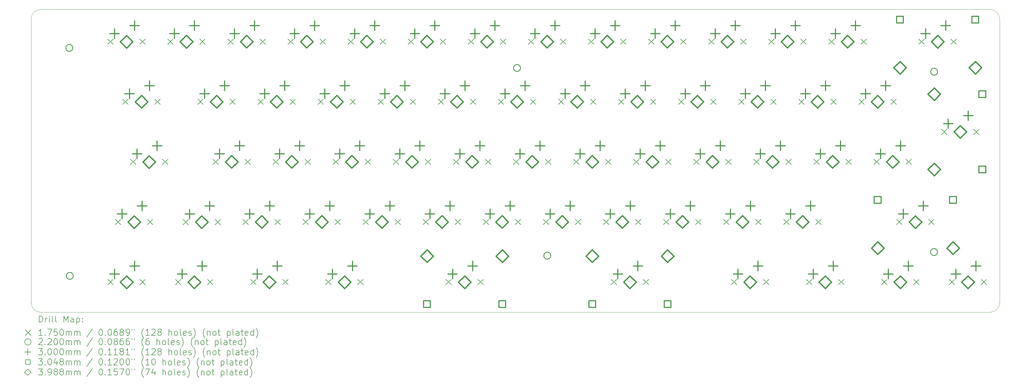
<source format=gbr>
%TF.GenerationSoftware,KiCad,Pcbnew,(6.0.7-1)-1*%
%TF.CreationDate,2022-10-03T10:16:21+02:00*%
%TF.ProjectId,staggered-keyboard,73746167-6765-4726-9564-2d6b6579626f,rev?*%
%TF.SameCoordinates,Original*%
%TF.FileFunction,Drillmap*%
%TF.FilePolarity,Positive*%
%FSLAX45Y45*%
G04 Gerber Fmt 4.5, Leading zero omitted, Abs format (unit mm)*
G04 Created by KiCad (PCBNEW (6.0.7-1)-1) date 2022-10-03 10:16:21*
%MOMM*%
%LPD*%
G01*
G04 APERTURE LIST*
%ADD10C,0.100000*%
%ADD11C,0.200000*%
%ADD12C,0.175000*%
%ADD13C,0.220000*%
%ADD14C,0.300000*%
%ADD15C,0.304800*%
%ADD16C,0.398780*%
G04 APERTURE END LIST*
D10*
X6500000Y-23200000D02*
X6500000Y-14200000D01*
X6500000Y-23200000D02*
G75*
G03*
X6800000Y-23500000I300000J0D01*
G01*
X37200000Y-14200000D02*
X37200000Y-23200000D01*
X36900000Y-23500000D02*
X6800000Y-23500000D01*
X6800000Y-13900000D02*
X36900000Y-13900000D01*
X36900000Y-23500000D02*
G75*
G03*
X37200000Y-23200000I0J300000D01*
G01*
X37200000Y-14200000D02*
G75*
G03*
X36900000Y-13900000I-300000J0D01*
G01*
X6800000Y-13900000D02*
G75*
G03*
X6500000Y-14200000I0J-300000D01*
G01*
D11*
D12*
X8925500Y-14834500D02*
X9100500Y-15009500D01*
X9100500Y-14834500D02*
X8925500Y-15009500D01*
X8929500Y-22455000D02*
X9104500Y-22630000D01*
X9104500Y-22455000D02*
X8929500Y-22630000D01*
X9167625Y-20550000D02*
X9342625Y-20725000D01*
X9342625Y-20550000D02*
X9167625Y-20725000D01*
X9402000Y-16737500D02*
X9577000Y-16912500D01*
X9577000Y-16737500D02*
X9402000Y-16912500D01*
X9643875Y-18645000D02*
X9818875Y-18820000D01*
X9818875Y-18645000D02*
X9643875Y-18820000D01*
X9941500Y-14834500D02*
X10116500Y-15009500D01*
X10116500Y-14834500D02*
X9941500Y-15009500D01*
X9945500Y-22455000D02*
X10120500Y-22630000D01*
X10120500Y-22455000D02*
X9945500Y-22630000D01*
X10183625Y-20550000D02*
X10358625Y-20725000D01*
X10358625Y-20550000D02*
X10183625Y-20725000D01*
X10418000Y-16737500D02*
X10593000Y-16912500D01*
X10593000Y-16737500D02*
X10418000Y-16912500D01*
X10659875Y-18645000D02*
X10834875Y-18820000D01*
X10834875Y-18645000D02*
X10659875Y-18820000D01*
X10826500Y-14833500D02*
X11001500Y-15008500D01*
X11001500Y-14833500D02*
X10826500Y-15008500D01*
X11072625Y-22455000D02*
X11247625Y-22630000D01*
X11247625Y-22455000D02*
X11072625Y-22630000D01*
X11312500Y-20551500D02*
X11487500Y-20726500D01*
X11487500Y-20551500D02*
X11312500Y-20726500D01*
X11782250Y-16738250D02*
X11957250Y-16913250D01*
X11957250Y-16738250D02*
X11782250Y-16913250D01*
X11842500Y-14833500D02*
X12017500Y-15008500D01*
X12017500Y-14833500D02*
X11842500Y-15008500D01*
X12088625Y-22455000D02*
X12263625Y-22630000D01*
X12263625Y-22455000D02*
X12088625Y-22630000D01*
X12258500Y-18643250D02*
X12433500Y-18818250D01*
X12433500Y-18643250D02*
X12258500Y-18818250D01*
X12328500Y-20551500D02*
X12503500Y-20726500D01*
X12503500Y-20551500D02*
X12328500Y-20726500D01*
X12734750Y-14833250D02*
X12909750Y-15008250D01*
X12909750Y-14833250D02*
X12734750Y-15008250D01*
X12798250Y-16738250D02*
X12973250Y-16913250D01*
X12973250Y-16738250D02*
X12798250Y-16913250D01*
X13211000Y-20548250D02*
X13386000Y-20723250D01*
X13386000Y-20548250D02*
X13211000Y-20723250D01*
X13274500Y-18643250D02*
X13449500Y-18818250D01*
X13449500Y-18643250D02*
X13274500Y-18818250D01*
X13453875Y-22455000D02*
X13628875Y-22630000D01*
X13628875Y-22455000D02*
X13453875Y-22630000D01*
X13687250Y-16738250D02*
X13862250Y-16913250D01*
X13862250Y-16738250D02*
X13687250Y-16913250D01*
X13750750Y-14833250D02*
X13925750Y-15008250D01*
X13925750Y-14833250D02*
X13750750Y-15008250D01*
X14163500Y-18643250D02*
X14338500Y-18818250D01*
X14338500Y-18643250D02*
X14163500Y-18818250D01*
X14227000Y-20548250D02*
X14402000Y-20723250D01*
X14402000Y-20548250D02*
X14227000Y-20723250D01*
X14469875Y-22455000D02*
X14644875Y-22630000D01*
X14644875Y-22455000D02*
X14469875Y-22630000D01*
X14639750Y-14833250D02*
X14814750Y-15008250D01*
X14814750Y-14833250D02*
X14639750Y-15008250D01*
X14703250Y-16738250D02*
X14878250Y-16913250D01*
X14878250Y-16738250D02*
X14703250Y-16913250D01*
X15116000Y-20548250D02*
X15291000Y-20723250D01*
X15291000Y-20548250D02*
X15116000Y-20723250D01*
X15179500Y-18643250D02*
X15354500Y-18818250D01*
X15354500Y-18643250D02*
X15179500Y-18818250D01*
X15592250Y-16738250D02*
X15767250Y-16913250D01*
X15767250Y-16738250D02*
X15592250Y-16913250D01*
X15655750Y-14833250D02*
X15830750Y-15008250D01*
X15830750Y-14833250D02*
X15655750Y-15008250D01*
X15835125Y-22455000D02*
X16010125Y-22630000D01*
X16010125Y-22455000D02*
X15835125Y-22630000D01*
X16068500Y-18643250D02*
X16243500Y-18818250D01*
X16243500Y-18643250D02*
X16068500Y-18818250D01*
X16132000Y-20548250D02*
X16307000Y-20723250D01*
X16307000Y-20548250D02*
X16132000Y-20723250D01*
X16544750Y-14833250D02*
X16719750Y-15008250D01*
X16719750Y-14833250D02*
X16544750Y-15008250D01*
X16608250Y-16738250D02*
X16783250Y-16913250D01*
X16783250Y-16738250D02*
X16608250Y-16913250D01*
X16851125Y-22455000D02*
X17026125Y-22630000D01*
X17026125Y-22455000D02*
X16851125Y-22630000D01*
X17021000Y-20548250D02*
X17196000Y-20723250D01*
X17196000Y-20548250D02*
X17021000Y-20723250D01*
X17084500Y-18643250D02*
X17259500Y-18818250D01*
X17259500Y-18643250D02*
X17084500Y-18818250D01*
X17497250Y-16738250D02*
X17672250Y-16913250D01*
X17672250Y-16738250D02*
X17497250Y-16913250D01*
X17560750Y-14833250D02*
X17735750Y-15008250D01*
X17735750Y-14833250D02*
X17560750Y-15008250D01*
X17973500Y-18643250D02*
X18148500Y-18818250D01*
X18148500Y-18643250D02*
X17973500Y-18818250D01*
X18037000Y-20548250D02*
X18212000Y-20723250D01*
X18212000Y-20548250D02*
X18037000Y-20723250D01*
X18449750Y-14833250D02*
X18624750Y-15008250D01*
X18624750Y-14833250D02*
X18449750Y-15008250D01*
X18513250Y-16738250D02*
X18688250Y-16913250D01*
X18688250Y-16738250D02*
X18513250Y-16913250D01*
X18926000Y-20548250D02*
X19101000Y-20723250D01*
X19101000Y-20548250D02*
X18926000Y-20723250D01*
X18989500Y-18643250D02*
X19164500Y-18818250D01*
X19164500Y-18643250D02*
X18989500Y-18818250D01*
X19402250Y-16738250D02*
X19577250Y-16913250D01*
X19577250Y-16738250D02*
X19402250Y-16913250D01*
X19465750Y-14833250D02*
X19640750Y-15008250D01*
X19640750Y-14833250D02*
X19465750Y-15008250D01*
X19645125Y-22455000D02*
X19820125Y-22630000D01*
X19820125Y-22455000D02*
X19645125Y-22630000D01*
X19878500Y-18643250D02*
X20053500Y-18818250D01*
X20053500Y-18643250D02*
X19878500Y-18818250D01*
X19942000Y-20548250D02*
X20117000Y-20723250D01*
X20117000Y-20548250D02*
X19942000Y-20723250D01*
X20354750Y-14833250D02*
X20529750Y-15008250D01*
X20529750Y-14833250D02*
X20354750Y-15008250D01*
X20418250Y-16738250D02*
X20593250Y-16913250D01*
X20593250Y-16738250D02*
X20418250Y-16913250D01*
X20661125Y-22455000D02*
X20836125Y-22630000D01*
X20836125Y-22455000D02*
X20661125Y-22630000D01*
X20831000Y-20548250D02*
X21006000Y-20723250D01*
X21006000Y-20548250D02*
X20831000Y-20723250D01*
X20894500Y-18643250D02*
X21069500Y-18818250D01*
X21069500Y-18643250D02*
X20894500Y-18818250D01*
X21307250Y-16738250D02*
X21482250Y-16913250D01*
X21482250Y-16738250D02*
X21307250Y-16913250D01*
X21370750Y-14833250D02*
X21545750Y-15008250D01*
X21545750Y-14833250D02*
X21370750Y-15008250D01*
X21783500Y-18643250D02*
X21958500Y-18818250D01*
X21958500Y-18643250D02*
X21783500Y-18818250D01*
X21847000Y-20548250D02*
X22022000Y-20723250D01*
X22022000Y-20548250D02*
X21847000Y-20723250D01*
X22259750Y-14833250D02*
X22434750Y-15008250D01*
X22434750Y-14833250D02*
X22259750Y-15008250D01*
X22323250Y-16738250D02*
X22498250Y-16913250D01*
X22498250Y-16738250D02*
X22323250Y-16913250D01*
X22736000Y-20548250D02*
X22911000Y-20723250D01*
X22911000Y-20548250D02*
X22736000Y-20723250D01*
X22799500Y-18643250D02*
X22974500Y-18818250D01*
X22974500Y-18643250D02*
X22799500Y-18818250D01*
X23212250Y-16738250D02*
X23387250Y-16913250D01*
X23387250Y-16738250D02*
X23212250Y-16913250D01*
X23275750Y-14833250D02*
X23450750Y-15008250D01*
X23450750Y-14833250D02*
X23275750Y-15008250D01*
X23688500Y-18643250D02*
X23863500Y-18818250D01*
X23863500Y-18643250D02*
X23688500Y-18818250D01*
X23752000Y-20548250D02*
X23927000Y-20723250D01*
X23927000Y-20548250D02*
X23752000Y-20723250D01*
X24164750Y-14833250D02*
X24339750Y-15008250D01*
X24339750Y-14833250D02*
X24164750Y-15008250D01*
X24228250Y-16738250D02*
X24403250Y-16913250D01*
X24403250Y-16738250D02*
X24228250Y-16913250D01*
X24641000Y-20548250D02*
X24816000Y-20723250D01*
X24816000Y-20548250D02*
X24641000Y-20723250D01*
X24704500Y-18643250D02*
X24879500Y-18818250D01*
X24879500Y-18643250D02*
X24704500Y-18818250D01*
X24883875Y-22455000D02*
X25058875Y-22630000D01*
X25058875Y-22455000D02*
X24883875Y-22630000D01*
X25117250Y-16738250D02*
X25292250Y-16913250D01*
X25292250Y-16738250D02*
X25117250Y-16913250D01*
X25180750Y-14833250D02*
X25355750Y-15008250D01*
X25355750Y-14833250D02*
X25180750Y-15008250D01*
X25593500Y-18643250D02*
X25768500Y-18818250D01*
X25768500Y-18643250D02*
X25593500Y-18818250D01*
X25657000Y-20548250D02*
X25832000Y-20723250D01*
X25832000Y-20548250D02*
X25657000Y-20723250D01*
X25899875Y-22455000D02*
X26074875Y-22630000D01*
X26074875Y-22455000D02*
X25899875Y-22630000D01*
X26069750Y-14833250D02*
X26244750Y-15008250D01*
X26244750Y-14833250D02*
X26069750Y-15008250D01*
X26133250Y-16738250D02*
X26308250Y-16913250D01*
X26308250Y-16738250D02*
X26133250Y-16913250D01*
X26546000Y-20548250D02*
X26721000Y-20723250D01*
X26721000Y-20548250D02*
X26546000Y-20723250D01*
X26609500Y-18643250D02*
X26784500Y-18818250D01*
X26784500Y-18643250D02*
X26609500Y-18818250D01*
X27022250Y-16738250D02*
X27197250Y-16913250D01*
X27197250Y-16738250D02*
X27022250Y-16913250D01*
X27085750Y-14833250D02*
X27260750Y-15008250D01*
X27260750Y-14833250D02*
X27085750Y-15008250D01*
X27498500Y-18643250D02*
X27673500Y-18818250D01*
X27673500Y-18643250D02*
X27498500Y-18818250D01*
X27562000Y-20548250D02*
X27737000Y-20723250D01*
X27737000Y-20548250D02*
X27562000Y-20723250D01*
X27974750Y-14833250D02*
X28149750Y-15008250D01*
X28149750Y-14833250D02*
X27974750Y-15008250D01*
X28038250Y-16738250D02*
X28213250Y-16913250D01*
X28213250Y-16738250D02*
X28038250Y-16913250D01*
X28451000Y-20548250D02*
X28626000Y-20723250D01*
X28626000Y-20548250D02*
X28451000Y-20723250D01*
X28514500Y-18643250D02*
X28689500Y-18818250D01*
X28689500Y-18643250D02*
X28514500Y-18818250D01*
X28693875Y-22455000D02*
X28868875Y-22630000D01*
X28868875Y-22455000D02*
X28693875Y-22630000D01*
X28927250Y-16738250D02*
X29102250Y-16913250D01*
X29102250Y-16738250D02*
X28927250Y-16913250D01*
X28990750Y-14833250D02*
X29165750Y-15008250D01*
X29165750Y-14833250D02*
X28990750Y-15008250D01*
X29403500Y-18643250D02*
X29578500Y-18818250D01*
X29578500Y-18643250D02*
X29403500Y-18818250D01*
X29467000Y-20548250D02*
X29642000Y-20723250D01*
X29642000Y-20548250D02*
X29467000Y-20723250D01*
X29709875Y-22455000D02*
X29884875Y-22630000D01*
X29884875Y-22455000D02*
X29709875Y-22630000D01*
X29879750Y-14833250D02*
X30054750Y-15008250D01*
X30054750Y-14833250D02*
X29879750Y-15008250D01*
X29943250Y-16738250D02*
X30118250Y-16913250D01*
X30118250Y-16738250D02*
X29943250Y-16913250D01*
X30356000Y-20548250D02*
X30531000Y-20723250D01*
X30531000Y-20548250D02*
X30356000Y-20723250D01*
X30419500Y-18643250D02*
X30594500Y-18818250D01*
X30594500Y-18643250D02*
X30419500Y-18818250D01*
X30832250Y-16738250D02*
X31007250Y-16913250D01*
X31007250Y-16738250D02*
X30832250Y-16913250D01*
X30895750Y-14833250D02*
X31070750Y-15008250D01*
X31070750Y-14833250D02*
X30895750Y-15008250D01*
X31075125Y-22455000D02*
X31250125Y-22630000D01*
X31250125Y-22455000D02*
X31075125Y-22630000D01*
X31308500Y-18643250D02*
X31483500Y-18818250D01*
X31483500Y-18643250D02*
X31308500Y-18818250D01*
X31372000Y-20548250D02*
X31547000Y-20723250D01*
X31547000Y-20548250D02*
X31372000Y-20723250D01*
X31784750Y-14833250D02*
X31959750Y-15008250D01*
X31959750Y-14833250D02*
X31784750Y-15008250D01*
X31848250Y-16738250D02*
X32023250Y-16913250D01*
X32023250Y-16738250D02*
X31848250Y-16913250D01*
X32091125Y-22455000D02*
X32266125Y-22630000D01*
X32266125Y-22455000D02*
X32091125Y-22630000D01*
X32324500Y-18643250D02*
X32499500Y-18818250D01*
X32499500Y-18643250D02*
X32324500Y-18818250D01*
X32737250Y-16738250D02*
X32912250Y-16913250D01*
X32912250Y-16738250D02*
X32737250Y-16913250D01*
X32800750Y-14833250D02*
X32975750Y-15008250D01*
X32975750Y-14833250D02*
X32800750Y-15008250D01*
X33213500Y-18643250D02*
X33388500Y-18818250D01*
X33388500Y-18643250D02*
X33213500Y-18818250D01*
X33456375Y-22455000D02*
X33631375Y-22630000D01*
X33631375Y-22455000D02*
X33456375Y-22630000D01*
X33753250Y-16738250D02*
X33928250Y-16913250D01*
X33928250Y-16738250D02*
X33753250Y-16913250D01*
X33932625Y-20550000D02*
X34107625Y-20725000D01*
X34107625Y-20550000D02*
X33932625Y-20725000D01*
X34229500Y-18643250D02*
X34404500Y-18818250D01*
X34404500Y-18643250D02*
X34229500Y-18818250D01*
X34472375Y-22455000D02*
X34647375Y-22630000D01*
X34647375Y-22455000D02*
X34472375Y-22630000D01*
X34640750Y-14833750D02*
X34815750Y-15008750D01*
X34815750Y-14833750D02*
X34640750Y-15008750D01*
X34948625Y-20550000D02*
X35123625Y-20725000D01*
X35123625Y-20550000D02*
X34948625Y-20725000D01*
X35356625Y-17690750D02*
X35531625Y-17865750D01*
X35531625Y-17690750D02*
X35356625Y-17865750D01*
X35599500Y-22455000D02*
X35774500Y-22630000D01*
X35774500Y-22455000D02*
X35599500Y-22630000D01*
X35656750Y-14833750D02*
X35831750Y-15008750D01*
X35831750Y-14833750D02*
X35656750Y-15008750D01*
X36372625Y-17690750D02*
X36547625Y-17865750D01*
X36547625Y-17690750D02*
X36372625Y-17865750D01*
X36615500Y-22455000D02*
X36790500Y-22630000D01*
X36790500Y-22455000D02*
X36615500Y-22630000D01*
D13*
X7820000Y-15120000D02*
G75*
G03*
X7820000Y-15120000I-110000J0D01*
G01*
X7835000Y-22345000D02*
G75*
G03*
X7835000Y-22345000I-110000J0D01*
G01*
X22010000Y-15755000D02*
G75*
G03*
X22010000Y-15755000I-110000J0D01*
G01*
X22970000Y-21705000D02*
G75*
G03*
X22970000Y-21705000I-110000J0D01*
G01*
X35230000Y-21590000D02*
G75*
G03*
X35230000Y-21590000I-110000J0D01*
G01*
X35235000Y-15875000D02*
G75*
G03*
X35235000Y-15875000I-110000J0D01*
G01*
D14*
X9140000Y-14518000D02*
X9140000Y-14818000D01*
X8990000Y-14668000D02*
X9290000Y-14668000D01*
X9144000Y-22138500D02*
X9144000Y-22438500D01*
X8994000Y-22288500D02*
X9294000Y-22288500D01*
X9382125Y-20233500D02*
X9382125Y-20533500D01*
X9232125Y-20383500D02*
X9532125Y-20383500D01*
X9616500Y-16421000D02*
X9616500Y-16721000D01*
X9466500Y-16571000D02*
X9766500Y-16571000D01*
X9775000Y-14264000D02*
X9775000Y-14564000D01*
X9625000Y-14414000D02*
X9925000Y-14414000D01*
X9779000Y-21884500D02*
X9779000Y-22184500D01*
X9629000Y-22034500D02*
X9929000Y-22034500D01*
X9858375Y-18328500D02*
X9858375Y-18628500D01*
X9708375Y-18478500D02*
X10008375Y-18478500D01*
X10017125Y-19979500D02*
X10017125Y-20279500D01*
X9867125Y-20129500D02*
X10167125Y-20129500D01*
X10251500Y-16167000D02*
X10251500Y-16467000D01*
X10101500Y-16317000D02*
X10401500Y-16317000D01*
X10493375Y-18074500D02*
X10493375Y-18374500D01*
X10343375Y-18224500D02*
X10643375Y-18224500D01*
X11041000Y-14517000D02*
X11041000Y-14817000D01*
X10891000Y-14667000D02*
X11191000Y-14667000D01*
X11287125Y-22138500D02*
X11287125Y-22438500D01*
X11137125Y-22288500D02*
X11437125Y-22288500D01*
X11527000Y-20235000D02*
X11527000Y-20535000D01*
X11377000Y-20385000D02*
X11677000Y-20385000D01*
X11676000Y-14263000D02*
X11676000Y-14563000D01*
X11526000Y-14413000D02*
X11826000Y-14413000D01*
X11922125Y-21884500D02*
X11922125Y-22184500D01*
X11772125Y-22034500D02*
X12072125Y-22034500D01*
X11996750Y-16421750D02*
X11996750Y-16721750D01*
X11846750Y-16571750D02*
X12146750Y-16571750D01*
X12162000Y-19981000D02*
X12162000Y-20281000D01*
X12012000Y-20131000D02*
X12312000Y-20131000D01*
X12473000Y-18326750D02*
X12473000Y-18626750D01*
X12323000Y-18476750D02*
X12623000Y-18476750D01*
X12631750Y-16167750D02*
X12631750Y-16467750D01*
X12481750Y-16317750D02*
X12781750Y-16317750D01*
X12949250Y-14516750D02*
X12949250Y-14816750D01*
X12799250Y-14666750D02*
X13099250Y-14666750D01*
X13108000Y-18072750D02*
X13108000Y-18372750D01*
X12958000Y-18222750D02*
X13258000Y-18222750D01*
X13425500Y-20231750D02*
X13425500Y-20531750D01*
X13275500Y-20381750D02*
X13575500Y-20381750D01*
X13584250Y-14262750D02*
X13584250Y-14562750D01*
X13434250Y-14412750D02*
X13734250Y-14412750D01*
X13668375Y-22138500D02*
X13668375Y-22438500D01*
X13518375Y-22288500D02*
X13818375Y-22288500D01*
X13901750Y-16421750D02*
X13901750Y-16721750D01*
X13751750Y-16571750D02*
X14051750Y-16571750D01*
X14060500Y-19977750D02*
X14060500Y-20277750D01*
X13910500Y-20127750D02*
X14210500Y-20127750D01*
X14303375Y-21884500D02*
X14303375Y-22184500D01*
X14153375Y-22034500D02*
X14453375Y-22034500D01*
X14378000Y-18326750D02*
X14378000Y-18626750D01*
X14228000Y-18476750D02*
X14528000Y-18476750D01*
X14536750Y-16167750D02*
X14536750Y-16467750D01*
X14386750Y-16317750D02*
X14686750Y-16317750D01*
X14854250Y-14516750D02*
X14854250Y-14816750D01*
X14704250Y-14666750D02*
X15004250Y-14666750D01*
X15013000Y-18072750D02*
X15013000Y-18372750D01*
X14863000Y-18222750D02*
X15163000Y-18222750D01*
X15330500Y-20231750D02*
X15330500Y-20531750D01*
X15180500Y-20381750D02*
X15480500Y-20381750D01*
X15489250Y-14262750D02*
X15489250Y-14562750D01*
X15339250Y-14412750D02*
X15639250Y-14412750D01*
X15806750Y-16421750D02*
X15806750Y-16721750D01*
X15656750Y-16571750D02*
X15956750Y-16571750D01*
X15965500Y-19977750D02*
X15965500Y-20277750D01*
X15815500Y-20127750D02*
X16115500Y-20127750D01*
X16049625Y-22138500D02*
X16049625Y-22438500D01*
X15899625Y-22288500D02*
X16199625Y-22288500D01*
X16283000Y-18326750D02*
X16283000Y-18626750D01*
X16133000Y-18476750D02*
X16433000Y-18476750D01*
X16441750Y-16167750D02*
X16441750Y-16467750D01*
X16291750Y-16317750D02*
X16591750Y-16317750D01*
X16684625Y-21884500D02*
X16684625Y-22184500D01*
X16534625Y-22034500D02*
X16834625Y-22034500D01*
X16759250Y-14516750D02*
X16759250Y-14816750D01*
X16609250Y-14666750D02*
X16909250Y-14666750D01*
X16918000Y-18072750D02*
X16918000Y-18372750D01*
X16768000Y-18222750D02*
X17068000Y-18222750D01*
X17235500Y-20231750D02*
X17235500Y-20531750D01*
X17085500Y-20381750D02*
X17385500Y-20381750D01*
X17394250Y-14262750D02*
X17394250Y-14562750D01*
X17244250Y-14412750D02*
X17544250Y-14412750D01*
X17711750Y-16421750D02*
X17711750Y-16721750D01*
X17561750Y-16571750D02*
X17861750Y-16571750D01*
X17870500Y-19977750D02*
X17870500Y-20277750D01*
X17720500Y-20127750D02*
X18020500Y-20127750D01*
X18188000Y-18326750D02*
X18188000Y-18626750D01*
X18038000Y-18476750D02*
X18338000Y-18476750D01*
X18346750Y-16167750D02*
X18346750Y-16467750D01*
X18196750Y-16317750D02*
X18496750Y-16317750D01*
X18664250Y-14516750D02*
X18664250Y-14816750D01*
X18514250Y-14666750D02*
X18814250Y-14666750D01*
X18823000Y-18072750D02*
X18823000Y-18372750D01*
X18673000Y-18222750D02*
X18973000Y-18222750D01*
X19140500Y-20231750D02*
X19140500Y-20531750D01*
X18990500Y-20381750D02*
X19290500Y-20381750D01*
X19299250Y-14262750D02*
X19299250Y-14562750D01*
X19149250Y-14412750D02*
X19449250Y-14412750D01*
X19616750Y-16421750D02*
X19616750Y-16721750D01*
X19466750Y-16571750D02*
X19766750Y-16571750D01*
X19775500Y-19977750D02*
X19775500Y-20277750D01*
X19625500Y-20127750D02*
X19925500Y-20127750D01*
X19859625Y-22138500D02*
X19859625Y-22438500D01*
X19709625Y-22288500D02*
X20009625Y-22288500D01*
X20093000Y-18326750D02*
X20093000Y-18626750D01*
X19943000Y-18476750D02*
X20243000Y-18476750D01*
X20251750Y-16167750D02*
X20251750Y-16467750D01*
X20101750Y-16317750D02*
X20401750Y-16317750D01*
X20494625Y-21884500D02*
X20494625Y-22184500D01*
X20344625Y-22034500D02*
X20644625Y-22034500D01*
X20569250Y-14516750D02*
X20569250Y-14816750D01*
X20419250Y-14666750D02*
X20719250Y-14666750D01*
X20728000Y-18072750D02*
X20728000Y-18372750D01*
X20578000Y-18222750D02*
X20878000Y-18222750D01*
X21045500Y-20231750D02*
X21045500Y-20531750D01*
X20895500Y-20381750D02*
X21195500Y-20381750D01*
X21204250Y-14262750D02*
X21204250Y-14562750D01*
X21054250Y-14412750D02*
X21354250Y-14412750D01*
X21521750Y-16421750D02*
X21521750Y-16721750D01*
X21371750Y-16571750D02*
X21671750Y-16571750D01*
X21680500Y-19977750D02*
X21680500Y-20277750D01*
X21530500Y-20127750D02*
X21830500Y-20127750D01*
X21998000Y-18326750D02*
X21998000Y-18626750D01*
X21848000Y-18476750D02*
X22148000Y-18476750D01*
X22156750Y-16167750D02*
X22156750Y-16467750D01*
X22006750Y-16317750D02*
X22306750Y-16317750D01*
X22474250Y-14516750D02*
X22474250Y-14816750D01*
X22324250Y-14666750D02*
X22624250Y-14666750D01*
X22633000Y-18072750D02*
X22633000Y-18372750D01*
X22483000Y-18222750D02*
X22783000Y-18222750D01*
X22950500Y-20231750D02*
X22950500Y-20531750D01*
X22800500Y-20381750D02*
X23100500Y-20381750D01*
X23109250Y-14262750D02*
X23109250Y-14562750D01*
X22959250Y-14412750D02*
X23259250Y-14412750D01*
X23426750Y-16421750D02*
X23426750Y-16721750D01*
X23276750Y-16571750D02*
X23576750Y-16571750D01*
X23585500Y-19977750D02*
X23585500Y-20277750D01*
X23435500Y-20127750D02*
X23735500Y-20127750D01*
X23903000Y-18326750D02*
X23903000Y-18626750D01*
X23753000Y-18476750D02*
X24053000Y-18476750D01*
X24061750Y-16167750D02*
X24061750Y-16467750D01*
X23911750Y-16317750D02*
X24211750Y-16317750D01*
X24379250Y-14516750D02*
X24379250Y-14816750D01*
X24229250Y-14666750D02*
X24529250Y-14666750D01*
X24538000Y-18072750D02*
X24538000Y-18372750D01*
X24388000Y-18222750D02*
X24688000Y-18222750D01*
X24855500Y-20231750D02*
X24855500Y-20531750D01*
X24705500Y-20381750D02*
X25005500Y-20381750D01*
X25014250Y-14262750D02*
X25014250Y-14562750D01*
X24864250Y-14412750D02*
X25164250Y-14412750D01*
X25098375Y-22138500D02*
X25098375Y-22438500D01*
X24948375Y-22288500D02*
X25248375Y-22288500D01*
X25331750Y-16421750D02*
X25331750Y-16721750D01*
X25181750Y-16571750D02*
X25481750Y-16571750D01*
X25490500Y-19977750D02*
X25490500Y-20277750D01*
X25340500Y-20127750D02*
X25640500Y-20127750D01*
X25733375Y-21884500D02*
X25733375Y-22184500D01*
X25583375Y-22034500D02*
X25883375Y-22034500D01*
X25808000Y-18326750D02*
X25808000Y-18626750D01*
X25658000Y-18476750D02*
X25958000Y-18476750D01*
X25966750Y-16167750D02*
X25966750Y-16467750D01*
X25816750Y-16317750D02*
X26116750Y-16317750D01*
X26284250Y-14516750D02*
X26284250Y-14816750D01*
X26134250Y-14666750D02*
X26434250Y-14666750D01*
X26443000Y-18072750D02*
X26443000Y-18372750D01*
X26293000Y-18222750D02*
X26593000Y-18222750D01*
X26760500Y-20231750D02*
X26760500Y-20531750D01*
X26610500Y-20381750D02*
X26910500Y-20381750D01*
X26919250Y-14262750D02*
X26919250Y-14562750D01*
X26769250Y-14412750D02*
X27069250Y-14412750D01*
X27236750Y-16421750D02*
X27236750Y-16721750D01*
X27086750Y-16571750D02*
X27386750Y-16571750D01*
X27395500Y-19977750D02*
X27395500Y-20277750D01*
X27245500Y-20127750D02*
X27545500Y-20127750D01*
X27713000Y-18326750D02*
X27713000Y-18626750D01*
X27563000Y-18476750D02*
X27863000Y-18476750D01*
X27871750Y-16167750D02*
X27871750Y-16467750D01*
X27721750Y-16317750D02*
X28021750Y-16317750D01*
X28189250Y-14516750D02*
X28189250Y-14816750D01*
X28039250Y-14666750D02*
X28339250Y-14666750D01*
X28348000Y-18072750D02*
X28348000Y-18372750D01*
X28198000Y-18222750D02*
X28498000Y-18222750D01*
X28665500Y-20231750D02*
X28665500Y-20531750D01*
X28515500Y-20381750D02*
X28815500Y-20381750D01*
X28824250Y-14262750D02*
X28824250Y-14562750D01*
X28674250Y-14412750D02*
X28974250Y-14412750D01*
X28908375Y-22138500D02*
X28908375Y-22438500D01*
X28758375Y-22288500D02*
X29058375Y-22288500D01*
X29141750Y-16421750D02*
X29141750Y-16721750D01*
X28991750Y-16571750D02*
X29291750Y-16571750D01*
X29300500Y-19977750D02*
X29300500Y-20277750D01*
X29150500Y-20127750D02*
X29450500Y-20127750D01*
X29543375Y-21884500D02*
X29543375Y-22184500D01*
X29393375Y-22034500D02*
X29693375Y-22034500D01*
X29618000Y-18326750D02*
X29618000Y-18626750D01*
X29468000Y-18476750D02*
X29768000Y-18476750D01*
X29776750Y-16167750D02*
X29776750Y-16467750D01*
X29626750Y-16317750D02*
X29926750Y-16317750D01*
X30094250Y-14516750D02*
X30094250Y-14816750D01*
X29944250Y-14666750D02*
X30244250Y-14666750D01*
X30253000Y-18072750D02*
X30253000Y-18372750D01*
X30103000Y-18222750D02*
X30403000Y-18222750D01*
X30570500Y-20231750D02*
X30570500Y-20531750D01*
X30420500Y-20381750D02*
X30720500Y-20381750D01*
X30729250Y-14262750D02*
X30729250Y-14562750D01*
X30579250Y-14412750D02*
X30879250Y-14412750D01*
X31046750Y-16421750D02*
X31046750Y-16721750D01*
X30896750Y-16571750D02*
X31196750Y-16571750D01*
X31205500Y-19977750D02*
X31205500Y-20277750D01*
X31055500Y-20127750D02*
X31355500Y-20127750D01*
X31289625Y-22138500D02*
X31289625Y-22438500D01*
X31139625Y-22288500D02*
X31439625Y-22288500D01*
X31523000Y-18326750D02*
X31523000Y-18626750D01*
X31373000Y-18476750D02*
X31673000Y-18476750D01*
X31681750Y-16167750D02*
X31681750Y-16467750D01*
X31531750Y-16317750D02*
X31831750Y-16317750D01*
X31924625Y-21884500D02*
X31924625Y-22184500D01*
X31774625Y-22034500D02*
X32074625Y-22034500D01*
X31999250Y-14516750D02*
X31999250Y-14816750D01*
X31849250Y-14666750D02*
X32149250Y-14666750D01*
X32158000Y-18072750D02*
X32158000Y-18372750D01*
X32008000Y-18222750D02*
X32308000Y-18222750D01*
X32634250Y-14262750D02*
X32634250Y-14562750D01*
X32484250Y-14412750D02*
X32784250Y-14412750D01*
X32951750Y-16421750D02*
X32951750Y-16721750D01*
X32801750Y-16571750D02*
X33101750Y-16571750D01*
X33428000Y-18326750D02*
X33428000Y-18626750D01*
X33278000Y-18476750D02*
X33578000Y-18476750D01*
X33586750Y-16167750D02*
X33586750Y-16467750D01*
X33436750Y-16317750D02*
X33736750Y-16317750D01*
X33670875Y-22138500D02*
X33670875Y-22438500D01*
X33520875Y-22288500D02*
X33820875Y-22288500D01*
X34063000Y-18072750D02*
X34063000Y-18372750D01*
X33913000Y-18222750D02*
X34213000Y-18222750D01*
X34147125Y-20233500D02*
X34147125Y-20533500D01*
X33997125Y-20383500D02*
X34297125Y-20383500D01*
X34305875Y-21884500D02*
X34305875Y-22184500D01*
X34155875Y-22034500D02*
X34455875Y-22034500D01*
X34782125Y-19979500D02*
X34782125Y-20279500D01*
X34632125Y-20129500D02*
X34932125Y-20129500D01*
X34855250Y-14517250D02*
X34855250Y-14817250D01*
X34705250Y-14667250D02*
X35005250Y-14667250D01*
X35490250Y-14263250D02*
X35490250Y-14563250D01*
X35340250Y-14413250D02*
X35640250Y-14413250D01*
X35571125Y-17374250D02*
X35571125Y-17674250D01*
X35421125Y-17524250D02*
X35721125Y-17524250D01*
X35814000Y-22138500D02*
X35814000Y-22438500D01*
X35664000Y-22288500D02*
X35964000Y-22288500D01*
X36206125Y-17120250D02*
X36206125Y-17420250D01*
X36056125Y-17270250D02*
X36356125Y-17270250D01*
X36449000Y-21884500D02*
X36449000Y-22184500D01*
X36299000Y-22034500D02*
X36599000Y-22034500D01*
D15*
X19154589Y-23348764D02*
X19154589Y-23133236D01*
X18939061Y-23133236D01*
X18939061Y-23348764D01*
X19154589Y-23348764D01*
X21542189Y-23348764D02*
X21542189Y-23133236D01*
X21326661Y-23133236D01*
X21326661Y-23348764D01*
X21542189Y-23348764D01*
X24393339Y-23348764D02*
X24393339Y-23133236D01*
X24177811Y-23133236D01*
X24177811Y-23348764D01*
X24393339Y-23348764D01*
X26780939Y-23348764D02*
X26780939Y-23133236D01*
X26565411Y-23133236D01*
X26565411Y-23348764D01*
X26780939Y-23348764D01*
X33442089Y-20046764D02*
X33442089Y-19831236D01*
X33226561Y-19831236D01*
X33226561Y-20046764D01*
X33442089Y-20046764D01*
X34150214Y-14330514D02*
X34150214Y-14114986D01*
X33934686Y-14114986D01*
X33934686Y-14330514D01*
X34150214Y-14330514D01*
X35829689Y-20046764D02*
X35829689Y-19831236D01*
X35614161Y-19831236D01*
X35614161Y-20046764D01*
X35829689Y-20046764D01*
X36537814Y-14330514D02*
X36537814Y-14114986D01*
X36322286Y-14114986D01*
X36322286Y-14330514D01*
X36537814Y-14330514D01*
X36758389Y-16692214D02*
X36758389Y-16476686D01*
X36542861Y-16476686D01*
X36542861Y-16692214D01*
X36758389Y-16692214D01*
X36758389Y-19079814D02*
X36758389Y-18864286D01*
X36542861Y-18864286D01*
X36542861Y-19079814D01*
X36758389Y-19079814D01*
D16*
X9521000Y-15121390D02*
X9720390Y-14922000D01*
X9521000Y-14722610D01*
X9321610Y-14922000D01*
X9521000Y-15121390D01*
X9525000Y-22741890D02*
X9724390Y-22542500D01*
X9525000Y-22343110D01*
X9325610Y-22542500D01*
X9525000Y-22741890D01*
X9763125Y-20836890D02*
X9962515Y-20637500D01*
X9763125Y-20438110D01*
X9563735Y-20637500D01*
X9763125Y-20836890D01*
X9997500Y-17024390D02*
X10196890Y-16825000D01*
X9997500Y-16625610D01*
X9798110Y-16825000D01*
X9997500Y-17024390D01*
X10239375Y-18931890D02*
X10438765Y-18732500D01*
X10239375Y-18533110D01*
X10039985Y-18732500D01*
X10239375Y-18931890D01*
X11422000Y-15120390D02*
X11621390Y-14921000D01*
X11422000Y-14721610D01*
X11222610Y-14921000D01*
X11422000Y-15120390D01*
X11668125Y-22741890D02*
X11867515Y-22542500D01*
X11668125Y-22343110D01*
X11468735Y-22542500D01*
X11668125Y-22741890D01*
X11908000Y-20838390D02*
X12107390Y-20639000D01*
X11908000Y-20439610D01*
X11708610Y-20639000D01*
X11908000Y-20838390D01*
X12377750Y-17025140D02*
X12577140Y-16825750D01*
X12377750Y-16626360D01*
X12178360Y-16825750D01*
X12377750Y-17025140D01*
X12854000Y-18930140D02*
X13053390Y-18730750D01*
X12854000Y-18531360D01*
X12654610Y-18730750D01*
X12854000Y-18930140D01*
X13330250Y-15120140D02*
X13529640Y-14920750D01*
X13330250Y-14721360D01*
X13130860Y-14920750D01*
X13330250Y-15120140D01*
X13806500Y-20835140D02*
X14005890Y-20635750D01*
X13806500Y-20436360D01*
X13607110Y-20635750D01*
X13806500Y-20835140D01*
X14049375Y-22741890D02*
X14248765Y-22542500D01*
X14049375Y-22343110D01*
X13849985Y-22542500D01*
X14049375Y-22741890D01*
X14282750Y-17025140D02*
X14482140Y-16825750D01*
X14282750Y-16626360D01*
X14083360Y-16825750D01*
X14282750Y-17025140D01*
X14759000Y-18930140D02*
X14958390Y-18730750D01*
X14759000Y-18531360D01*
X14559610Y-18730750D01*
X14759000Y-18930140D01*
X15235250Y-15120140D02*
X15434640Y-14920750D01*
X15235250Y-14721360D01*
X15035860Y-14920750D01*
X15235250Y-15120140D01*
X15711500Y-20835140D02*
X15910890Y-20635750D01*
X15711500Y-20436360D01*
X15512110Y-20635750D01*
X15711500Y-20835140D01*
X16187750Y-17025140D02*
X16387140Y-16825750D01*
X16187750Y-16626360D01*
X15988360Y-16825750D01*
X16187750Y-17025140D01*
X16430625Y-22741890D02*
X16630015Y-22542500D01*
X16430625Y-22343110D01*
X16231235Y-22542500D01*
X16430625Y-22741890D01*
X16664000Y-18930140D02*
X16863390Y-18730750D01*
X16664000Y-18531360D01*
X16464610Y-18730750D01*
X16664000Y-18930140D01*
X17140250Y-15120140D02*
X17339640Y-14920750D01*
X17140250Y-14721360D01*
X16940860Y-14920750D01*
X17140250Y-15120140D01*
X17616500Y-20835140D02*
X17815890Y-20635750D01*
X17616500Y-20436360D01*
X17417110Y-20635750D01*
X17616500Y-20835140D01*
X18092750Y-17025140D02*
X18292140Y-16825750D01*
X18092750Y-16626360D01*
X17893360Y-16825750D01*
X18092750Y-17025140D01*
X18569000Y-18930140D02*
X18768390Y-18730750D01*
X18569000Y-18531360D01*
X18369610Y-18730750D01*
X18569000Y-18930140D01*
X19045250Y-15120140D02*
X19244640Y-14920750D01*
X19045250Y-14721360D01*
X18845860Y-14920750D01*
X19045250Y-15120140D01*
X19046825Y-21916390D02*
X19246215Y-21717000D01*
X19046825Y-21517610D01*
X18847435Y-21717000D01*
X19046825Y-21916390D01*
X19521500Y-20835140D02*
X19720890Y-20635750D01*
X19521500Y-20436360D01*
X19322110Y-20635750D01*
X19521500Y-20835140D01*
X19997750Y-17025140D02*
X20197140Y-16825750D01*
X19997750Y-16626360D01*
X19798360Y-16825750D01*
X19997750Y-17025140D01*
X20240625Y-22741890D02*
X20440015Y-22542500D01*
X20240625Y-22343110D01*
X20041235Y-22542500D01*
X20240625Y-22741890D01*
X20474000Y-18930140D02*
X20673390Y-18730750D01*
X20474000Y-18531360D01*
X20274610Y-18730750D01*
X20474000Y-18930140D01*
X20950250Y-15120140D02*
X21149640Y-14920750D01*
X20950250Y-14721360D01*
X20750860Y-14920750D01*
X20950250Y-15120140D01*
X21426500Y-20835140D02*
X21625890Y-20635750D01*
X21426500Y-20436360D01*
X21227110Y-20635750D01*
X21426500Y-20835140D01*
X21434425Y-21916390D02*
X21633815Y-21717000D01*
X21434425Y-21517610D01*
X21235035Y-21717000D01*
X21434425Y-21916390D01*
X21902750Y-17025140D02*
X22102140Y-16825750D01*
X21902750Y-16626360D01*
X21703360Y-16825750D01*
X21902750Y-17025140D01*
X22379000Y-18930140D02*
X22578390Y-18730750D01*
X22379000Y-18531360D01*
X22179610Y-18730750D01*
X22379000Y-18930140D01*
X22855250Y-15120140D02*
X23054640Y-14920750D01*
X22855250Y-14721360D01*
X22655860Y-14920750D01*
X22855250Y-15120140D01*
X23331500Y-20835140D02*
X23530890Y-20635750D01*
X23331500Y-20436360D01*
X23132110Y-20635750D01*
X23331500Y-20835140D01*
X23807750Y-17025140D02*
X24007140Y-16825750D01*
X23807750Y-16626360D01*
X23608360Y-16825750D01*
X23807750Y-17025140D01*
X24284000Y-18930140D02*
X24483390Y-18730750D01*
X24284000Y-18531360D01*
X24084610Y-18730750D01*
X24284000Y-18930140D01*
X24285575Y-21916390D02*
X24484965Y-21717000D01*
X24285575Y-21517610D01*
X24086185Y-21717000D01*
X24285575Y-21916390D01*
X24760250Y-15120140D02*
X24959640Y-14920750D01*
X24760250Y-14721360D01*
X24560860Y-14920750D01*
X24760250Y-15120140D01*
X25236500Y-20835140D02*
X25435890Y-20635750D01*
X25236500Y-20436360D01*
X25037110Y-20635750D01*
X25236500Y-20835140D01*
X25479375Y-22741890D02*
X25678765Y-22542500D01*
X25479375Y-22343110D01*
X25279985Y-22542500D01*
X25479375Y-22741890D01*
X25712750Y-17025140D02*
X25912140Y-16825750D01*
X25712750Y-16626360D01*
X25513360Y-16825750D01*
X25712750Y-17025140D01*
X26189000Y-18930140D02*
X26388390Y-18730750D01*
X26189000Y-18531360D01*
X25989610Y-18730750D01*
X26189000Y-18930140D01*
X26665250Y-15120140D02*
X26864640Y-14920750D01*
X26665250Y-14721360D01*
X26465860Y-14920750D01*
X26665250Y-15120140D01*
X26673175Y-21916390D02*
X26872565Y-21717000D01*
X26673175Y-21517610D01*
X26473785Y-21717000D01*
X26673175Y-21916390D01*
X27141500Y-20835140D02*
X27340890Y-20635750D01*
X27141500Y-20436360D01*
X26942110Y-20635750D01*
X27141500Y-20835140D01*
X27617750Y-17025140D02*
X27817140Y-16825750D01*
X27617750Y-16626360D01*
X27418360Y-16825750D01*
X27617750Y-17025140D01*
X28094000Y-18930140D02*
X28293390Y-18730750D01*
X28094000Y-18531360D01*
X27894610Y-18730750D01*
X28094000Y-18930140D01*
X28570250Y-15120140D02*
X28769640Y-14920750D01*
X28570250Y-14721360D01*
X28370860Y-14920750D01*
X28570250Y-15120140D01*
X29046500Y-20835140D02*
X29245890Y-20635750D01*
X29046500Y-20436360D01*
X28847110Y-20635750D01*
X29046500Y-20835140D01*
X29289375Y-22741890D02*
X29488765Y-22542500D01*
X29289375Y-22343110D01*
X29089985Y-22542500D01*
X29289375Y-22741890D01*
X29522750Y-17025140D02*
X29722140Y-16825750D01*
X29522750Y-16626360D01*
X29323360Y-16825750D01*
X29522750Y-17025140D01*
X29999000Y-18930140D02*
X30198390Y-18730750D01*
X29999000Y-18531360D01*
X29799610Y-18730750D01*
X29999000Y-18930140D01*
X30475250Y-15120140D02*
X30674640Y-14920750D01*
X30475250Y-14721360D01*
X30275860Y-14920750D01*
X30475250Y-15120140D01*
X30951500Y-20835140D02*
X31150890Y-20635750D01*
X30951500Y-20436360D01*
X30752110Y-20635750D01*
X30951500Y-20835140D01*
X31427750Y-17025140D02*
X31627140Y-16825750D01*
X31427750Y-16626360D01*
X31228360Y-16825750D01*
X31427750Y-17025140D01*
X31670625Y-22741890D02*
X31870015Y-22542500D01*
X31670625Y-22343110D01*
X31471235Y-22542500D01*
X31670625Y-22741890D01*
X31904000Y-18930140D02*
X32103390Y-18730750D01*
X31904000Y-18531360D01*
X31704610Y-18730750D01*
X31904000Y-18930140D01*
X32380250Y-15120140D02*
X32579640Y-14920750D01*
X32380250Y-14721360D01*
X32180860Y-14920750D01*
X32380250Y-15120140D01*
X33332750Y-17025140D02*
X33532140Y-16825750D01*
X33332750Y-16626360D01*
X33133360Y-16825750D01*
X33332750Y-17025140D01*
X33334325Y-21662390D02*
X33533715Y-21463000D01*
X33334325Y-21263610D01*
X33134935Y-21463000D01*
X33334325Y-21662390D01*
X33809000Y-18930140D02*
X34008390Y-18730750D01*
X33809000Y-18531360D01*
X33609610Y-18730750D01*
X33809000Y-18930140D01*
X34042450Y-15946140D02*
X34241840Y-15746750D01*
X34042450Y-15547360D01*
X33843060Y-15746750D01*
X34042450Y-15946140D01*
X34051875Y-22741890D02*
X34251265Y-22542500D01*
X34051875Y-22343110D01*
X33852485Y-22542500D01*
X34051875Y-22741890D01*
X34528125Y-20836890D02*
X34727515Y-20637500D01*
X34528125Y-20438110D01*
X34328735Y-20637500D01*
X34528125Y-20836890D01*
X35126625Y-16783840D02*
X35326015Y-16584450D01*
X35126625Y-16385060D01*
X34927235Y-16584450D01*
X35126625Y-16783840D01*
X35126625Y-19171440D02*
X35326015Y-18972050D01*
X35126625Y-18772660D01*
X34927235Y-18972050D01*
X35126625Y-19171440D01*
X35236250Y-15120640D02*
X35435640Y-14921250D01*
X35236250Y-14721860D01*
X35036860Y-14921250D01*
X35236250Y-15120640D01*
X35721925Y-21662390D02*
X35921315Y-21463000D01*
X35721925Y-21263610D01*
X35522535Y-21463000D01*
X35721925Y-21662390D01*
X35952125Y-17977640D02*
X36151515Y-17778250D01*
X35952125Y-17578860D01*
X35752735Y-17778250D01*
X35952125Y-17977640D01*
X36195000Y-22741890D02*
X36394390Y-22542500D01*
X36195000Y-22343110D01*
X35995610Y-22542500D01*
X36195000Y-22741890D01*
X36430050Y-15946140D02*
X36629440Y-15746750D01*
X36430050Y-15547360D01*
X36230660Y-15746750D01*
X36430050Y-15946140D01*
D11*
X6752619Y-23815476D02*
X6752619Y-23615476D01*
X6800238Y-23615476D01*
X6828809Y-23625000D01*
X6847857Y-23644048D01*
X6857381Y-23663095D01*
X6866905Y-23701190D01*
X6866905Y-23729762D01*
X6857381Y-23767857D01*
X6847857Y-23786905D01*
X6828809Y-23805952D01*
X6800238Y-23815476D01*
X6752619Y-23815476D01*
X6952619Y-23815476D02*
X6952619Y-23682143D01*
X6952619Y-23720238D02*
X6962143Y-23701190D01*
X6971667Y-23691667D01*
X6990714Y-23682143D01*
X7009762Y-23682143D01*
X7076428Y-23815476D02*
X7076428Y-23682143D01*
X7076428Y-23615476D02*
X7066905Y-23625000D01*
X7076428Y-23634524D01*
X7085952Y-23625000D01*
X7076428Y-23615476D01*
X7076428Y-23634524D01*
X7200238Y-23815476D02*
X7181190Y-23805952D01*
X7171667Y-23786905D01*
X7171667Y-23615476D01*
X7305000Y-23815476D02*
X7285952Y-23805952D01*
X7276428Y-23786905D01*
X7276428Y-23615476D01*
X7533571Y-23815476D02*
X7533571Y-23615476D01*
X7600238Y-23758333D01*
X7666905Y-23615476D01*
X7666905Y-23815476D01*
X7847857Y-23815476D02*
X7847857Y-23710714D01*
X7838333Y-23691667D01*
X7819286Y-23682143D01*
X7781190Y-23682143D01*
X7762143Y-23691667D01*
X7847857Y-23805952D02*
X7828809Y-23815476D01*
X7781190Y-23815476D01*
X7762143Y-23805952D01*
X7752619Y-23786905D01*
X7752619Y-23767857D01*
X7762143Y-23748809D01*
X7781190Y-23739286D01*
X7828809Y-23739286D01*
X7847857Y-23729762D01*
X7943095Y-23682143D02*
X7943095Y-23882143D01*
X7943095Y-23691667D02*
X7962143Y-23682143D01*
X8000238Y-23682143D01*
X8019286Y-23691667D01*
X8028809Y-23701190D01*
X8038333Y-23720238D01*
X8038333Y-23777381D01*
X8028809Y-23796428D01*
X8019286Y-23805952D01*
X8000238Y-23815476D01*
X7962143Y-23815476D01*
X7943095Y-23805952D01*
X8124048Y-23796428D02*
X8133571Y-23805952D01*
X8124048Y-23815476D01*
X8114524Y-23805952D01*
X8124048Y-23796428D01*
X8124048Y-23815476D01*
X8124048Y-23691667D02*
X8133571Y-23701190D01*
X8124048Y-23710714D01*
X8114524Y-23701190D01*
X8124048Y-23691667D01*
X8124048Y-23710714D01*
D12*
X6320000Y-24057500D02*
X6495000Y-24232500D01*
X6495000Y-24057500D02*
X6320000Y-24232500D01*
D11*
X6857381Y-24235476D02*
X6743095Y-24235476D01*
X6800238Y-24235476D02*
X6800238Y-24035476D01*
X6781190Y-24064048D01*
X6762143Y-24083095D01*
X6743095Y-24092619D01*
X6943095Y-24216428D02*
X6952619Y-24225952D01*
X6943095Y-24235476D01*
X6933571Y-24225952D01*
X6943095Y-24216428D01*
X6943095Y-24235476D01*
X7019286Y-24035476D02*
X7152619Y-24035476D01*
X7066905Y-24235476D01*
X7324048Y-24035476D02*
X7228809Y-24035476D01*
X7219286Y-24130714D01*
X7228809Y-24121190D01*
X7247857Y-24111667D01*
X7295476Y-24111667D01*
X7314524Y-24121190D01*
X7324048Y-24130714D01*
X7333571Y-24149762D01*
X7333571Y-24197381D01*
X7324048Y-24216428D01*
X7314524Y-24225952D01*
X7295476Y-24235476D01*
X7247857Y-24235476D01*
X7228809Y-24225952D01*
X7219286Y-24216428D01*
X7457381Y-24035476D02*
X7476428Y-24035476D01*
X7495476Y-24045000D01*
X7505000Y-24054524D01*
X7514524Y-24073571D01*
X7524048Y-24111667D01*
X7524048Y-24159286D01*
X7514524Y-24197381D01*
X7505000Y-24216428D01*
X7495476Y-24225952D01*
X7476428Y-24235476D01*
X7457381Y-24235476D01*
X7438333Y-24225952D01*
X7428809Y-24216428D01*
X7419286Y-24197381D01*
X7409762Y-24159286D01*
X7409762Y-24111667D01*
X7419286Y-24073571D01*
X7428809Y-24054524D01*
X7438333Y-24045000D01*
X7457381Y-24035476D01*
X7609762Y-24235476D02*
X7609762Y-24102143D01*
X7609762Y-24121190D02*
X7619286Y-24111667D01*
X7638333Y-24102143D01*
X7666905Y-24102143D01*
X7685952Y-24111667D01*
X7695476Y-24130714D01*
X7695476Y-24235476D01*
X7695476Y-24130714D02*
X7705000Y-24111667D01*
X7724048Y-24102143D01*
X7752619Y-24102143D01*
X7771667Y-24111667D01*
X7781190Y-24130714D01*
X7781190Y-24235476D01*
X7876428Y-24235476D02*
X7876428Y-24102143D01*
X7876428Y-24121190D02*
X7885952Y-24111667D01*
X7905000Y-24102143D01*
X7933571Y-24102143D01*
X7952619Y-24111667D01*
X7962143Y-24130714D01*
X7962143Y-24235476D01*
X7962143Y-24130714D02*
X7971667Y-24111667D01*
X7990714Y-24102143D01*
X8019286Y-24102143D01*
X8038333Y-24111667D01*
X8047857Y-24130714D01*
X8047857Y-24235476D01*
X8438333Y-24025952D02*
X8266905Y-24283095D01*
X8695476Y-24035476D02*
X8714524Y-24035476D01*
X8733571Y-24045000D01*
X8743095Y-24054524D01*
X8752619Y-24073571D01*
X8762143Y-24111667D01*
X8762143Y-24159286D01*
X8752619Y-24197381D01*
X8743095Y-24216428D01*
X8733571Y-24225952D01*
X8714524Y-24235476D01*
X8695476Y-24235476D01*
X8676429Y-24225952D01*
X8666905Y-24216428D01*
X8657381Y-24197381D01*
X8647857Y-24159286D01*
X8647857Y-24111667D01*
X8657381Y-24073571D01*
X8666905Y-24054524D01*
X8676429Y-24045000D01*
X8695476Y-24035476D01*
X8847857Y-24216428D02*
X8857381Y-24225952D01*
X8847857Y-24235476D01*
X8838333Y-24225952D01*
X8847857Y-24216428D01*
X8847857Y-24235476D01*
X8981190Y-24035476D02*
X9000238Y-24035476D01*
X9019286Y-24045000D01*
X9028810Y-24054524D01*
X9038333Y-24073571D01*
X9047857Y-24111667D01*
X9047857Y-24159286D01*
X9038333Y-24197381D01*
X9028810Y-24216428D01*
X9019286Y-24225952D01*
X9000238Y-24235476D01*
X8981190Y-24235476D01*
X8962143Y-24225952D01*
X8952619Y-24216428D01*
X8943095Y-24197381D01*
X8933571Y-24159286D01*
X8933571Y-24111667D01*
X8943095Y-24073571D01*
X8952619Y-24054524D01*
X8962143Y-24045000D01*
X8981190Y-24035476D01*
X9219286Y-24035476D02*
X9181190Y-24035476D01*
X9162143Y-24045000D01*
X9152619Y-24054524D01*
X9133571Y-24083095D01*
X9124048Y-24121190D01*
X9124048Y-24197381D01*
X9133571Y-24216428D01*
X9143095Y-24225952D01*
X9162143Y-24235476D01*
X9200238Y-24235476D01*
X9219286Y-24225952D01*
X9228810Y-24216428D01*
X9238333Y-24197381D01*
X9238333Y-24149762D01*
X9228810Y-24130714D01*
X9219286Y-24121190D01*
X9200238Y-24111667D01*
X9162143Y-24111667D01*
X9143095Y-24121190D01*
X9133571Y-24130714D01*
X9124048Y-24149762D01*
X9352619Y-24121190D02*
X9333571Y-24111667D01*
X9324048Y-24102143D01*
X9314524Y-24083095D01*
X9314524Y-24073571D01*
X9324048Y-24054524D01*
X9333571Y-24045000D01*
X9352619Y-24035476D01*
X9390714Y-24035476D01*
X9409762Y-24045000D01*
X9419286Y-24054524D01*
X9428810Y-24073571D01*
X9428810Y-24083095D01*
X9419286Y-24102143D01*
X9409762Y-24111667D01*
X9390714Y-24121190D01*
X9352619Y-24121190D01*
X9333571Y-24130714D01*
X9324048Y-24140238D01*
X9314524Y-24159286D01*
X9314524Y-24197381D01*
X9324048Y-24216428D01*
X9333571Y-24225952D01*
X9352619Y-24235476D01*
X9390714Y-24235476D01*
X9409762Y-24225952D01*
X9419286Y-24216428D01*
X9428810Y-24197381D01*
X9428810Y-24159286D01*
X9419286Y-24140238D01*
X9409762Y-24130714D01*
X9390714Y-24121190D01*
X9524048Y-24235476D02*
X9562143Y-24235476D01*
X9581190Y-24225952D01*
X9590714Y-24216428D01*
X9609762Y-24187857D01*
X9619286Y-24149762D01*
X9619286Y-24073571D01*
X9609762Y-24054524D01*
X9600238Y-24045000D01*
X9581190Y-24035476D01*
X9543095Y-24035476D01*
X9524048Y-24045000D01*
X9514524Y-24054524D01*
X9505000Y-24073571D01*
X9505000Y-24121190D01*
X9514524Y-24140238D01*
X9524048Y-24149762D01*
X9543095Y-24159286D01*
X9581190Y-24159286D01*
X9600238Y-24149762D01*
X9609762Y-24140238D01*
X9619286Y-24121190D01*
X9695476Y-24035476D02*
X9695476Y-24073571D01*
X9771667Y-24035476D02*
X9771667Y-24073571D01*
X10066905Y-24311667D02*
X10057381Y-24302143D01*
X10038333Y-24273571D01*
X10028810Y-24254524D01*
X10019286Y-24225952D01*
X10009762Y-24178333D01*
X10009762Y-24140238D01*
X10019286Y-24092619D01*
X10028810Y-24064048D01*
X10038333Y-24045000D01*
X10057381Y-24016428D01*
X10066905Y-24006905D01*
X10247857Y-24235476D02*
X10133571Y-24235476D01*
X10190714Y-24235476D02*
X10190714Y-24035476D01*
X10171667Y-24064048D01*
X10152619Y-24083095D01*
X10133571Y-24092619D01*
X10324048Y-24054524D02*
X10333571Y-24045000D01*
X10352619Y-24035476D01*
X10400238Y-24035476D01*
X10419286Y-24045000D01*
X10428810Y-24054524D01*
X10438333Y-24073571D01*
X10438333Y-24092619D01*
X10428810Y-24121190D01*
X10314524Y-24235476D01*
X10438333Y-24235476D01*
X10552619Y-24121190D02*
X10533571Y-24111667D01*
X10524048Y-24102143D01*
X10514524Y-24083095D01*
X10514524Y-24073571D01*
X10524048Y-24054524D01*
X10533571Y-24045000D01*
X10552619Y-24035476D01*
X10590714Y-24035476D01*
X10609762Y-24045000D01*
X10619286Y-24054524D01*
X10628810Y-24073571D01*
X10628810Y-24083095D01*
X10619286Y-24102143D01*
X10609762Y-24111667D01*
X10590714Y-24121190D01*
X10552619Y-24121190D01*
X10533571Y-24130714D01*
X10524048Y-24140238D01*
X10514524Y-24159286D01*
X10514524Y-24197381D01*
X10524048Y-24216428D01*
X10533571Y-24225952D01*
X10552619Y-24235476D01*
X10590714Y-24235476D01*
X10609762Y-24225952D01*
X10619286Y-24216428D01*
X10628810Y-24197381D01*
X10628810Y-24159286D01*
X10619286Y-24140238D01*
X10609762Y-24130714D01*
X10590714Y-24121190D01*
X10866905Y-24235476D02*
X10866905Y-24035476D01*
X10952619Y-24235476D02*
X10952619Y-24130714D01*
X10943095Y-24111667D01*
X10924048Y-24102143D01*
X10895476Y-24102143D01*
X10876429Y-24111667D01*
X10866905Y-24121190D01*
X11076429Y-24235476D02*
X11057381Y-24225952D01*
X11047857Y-24216428D01*
X11038333Y-24197381D01*
X11038333Y-24140238D01*
X11047857Y-24121190D01*
X11057381Y-24111667D01*
X11076429Y-24102143D01*
X11105000Y-24102143D01*
X11124048Y-24111667D01*
X11133571Y-24121190D01*
X11143095Y-24140238D01*
X11143095Y-24197381D01*
X11133571Y-24216428D01*
X11124048Y-24225952D01*
X11105000Y-24235476D01*
X11076429Y-24235476D01*
X11257381Y-24235476D02*
X11238333Y-24225952D01*
X11228809Y-24206905D01*
X11228809Y-24035476D01*
X11409762Y-24225952D02*
X11390714Y-24235476D01*
X11352619Y-24235476D01*
X11333571Y-24225952D01*
X11324048Y-24206905D01*
X11324048Y-24130714D01*
X11333571Y-24111667D01*
X11352619Y-24102143D01*
X11390714Y-24102143D01*
X11409762Y-24111667D01*
X11419286Y-24130714D01*
X11419286Y-24149762D01*
X11324048Y-24168809D01*
X11495476Y-24225952D02*
X11514524Y-24235476D01*
X11552619Y-24235476D01*
X11571667Y-24225952D01*
X11581190Y-24206905D01*
X11581190Y-24197381D01*
X11571667Y-24178333D01*
X11552619Y-24168809D01*
X11524048Y-24168809D01*
X11505000Y-24159286D01*
X11495476Y-24140238D01*
X11495476Y-24130714D01*
X11505000Y-24111667D01*
X11524048Y-24102143D01*
X11552619Y-24102143D01*
X11571667Y-24111667D01*
X11647857Y-24311667D02*
X11657381Y-24302143D01*
X11676428Y-24273571D01*
X11685952Y-24254524D01*
X11695476Y-24225952D01*
X11705000Y-24178333D01*
X11705000Y-24140238D01*
X11695476Y-24092619D01*
X11685952Y-24064048D01*
X11676428Y-24045000D01*
X11657381Y-24016428D01*
X11647857Y-24006905D01*
X12009762Y-24311667D02*
X12000238Y-24302143D01*
X11981190Y-24273571D01*
X11971667Y-24254524D01*
X11962143Y-24225952D01*
X11952619Y-24178333D01*
X11952619Y-24140238D01*
X11962143Y-24092619D01*
X11971667Y-24064048D01*
X11981190Y-24045000D01*
X12000238Y-24016428D01*
X12009762Y-24006905D01*
X12085952Y-24102143D02*
X12085952Y-24235476D01*
X12085952Y-24121190D02*
X12095476Y-24111667D01*
X12114524Y-24102143D01*
X12143095Y-24102143D01*
X12162143Y-24111667D01*
X12171667Y-24130714D01*
X12171667Y-24235476D01*
X12295476Y-24235476D02*
X12276428Y-24225952D01*
X12266905Y-24216428D01*
X12257381Y-24197381D01*
X12257381Y-24140238D01*
X12266905Y-24121190D01*
X12276428Y-24111667D01*
X12295476Y-24102143D01*
X12324048Y-24102143D01*
X12343095Y-24111667D01*
X12352619Y-24121190D01*
X12362143Y-24140238D01*
X12362143Y-24197381D01*
X12352619Y-24216428D01*
X12343095Y-24225952D01*
X12324048Y-24235476D01*
X12295476Y-24235476D01*
X12419286Y-24102143D02*
X12495476Y-24102143D01*
X12447857Y-24035476D02*
X12447857Y-24206905D01*
X12457381Y-24225952D01*
X12476428Y-24235476D01*
X12495476Y-24235476D01*
X12714524Y-24102143D02*
X12714524Y-24302143D01*
X12714524Y-24111667D02*
X12733571Y-24102143D01*
X12771667Y-24102143D01*
X12790714Y-24111667D01*
X12800238Y-24121190D01*
X12809762Y-24140238D01*
X12809762Y-24197381D01*
X12800238Y-24216428D01*
X12790714Y-24225952D01*
X12771667Y-24235476D01*
X12733571Y-24235476D01*
X12714524Y-24225952D01*
X12924048Y-24235476D02*
X12905000Y-24225952D01*
X12895476Y-24206905D01*
X12895476Y-24035476D01*
X13085952Y-24235476D02*
X13085952Y-24130714D01*
X13076428Y-24111667D01*
X13057381Y-24102143D01*
X13019286Y-24102143D01*
X13000238Y-24111667D01*
X13085952Y-24225952D02*
X13066905Y-24235476D01*
X13019286Y-24235476D01*
X13000238Y-24225952D01*
X12990714Y-24206905D01*
X12990714Y-24187857D01*
X13000238Y-24168809D01*
X13019286Y-24159286D01*
X13066905Y-24159286D01*
X13085952Y-24149762D01*
X13152619Y-24102143D02*
X13228809Y-24102143D01*
X13181190Y-24035476D02*
X13181190Y-24206905D01*
X13190714Y-24225952D01*
X13209762Y-24235476D01*
X13228809Y-24235476D01*
X13371667Y-24225952D02*
X13352619Y-24235476D01*
X13314524Y-24235476D01*
X13295476Y-24225952D01*
X13285952Y-24206905D01*
X13285952Y-24130714D01*
X13295476Y-24111667D01*
X13314524Y-24102143D01*
X13352619Y-24102143D01*
X13371667Y-24111667D01*
X13381190Y-24130714D01*
X13381190Y-24149762D01*
X13285952Y-24168809D01*
X13552619Y-24235476D02*
X13552619Y-24035476D01*
X13552619Y-24225952D02*
X13533571Y-24235476D01*
X13495476Y-24235476D01*
X13476428Y-24225952D01*
X13466905Y-24216428D01*
X13457381Y-24197381D01*
X13457381Y-24140238D01*
X13466905Y-24121190D01*
X13476428Y-24111667D01*
X13495476Y-24102143D01*
X13533571Y-24102143D01*
X13552619Y-24111667D01*
X13628809Y-24311667D02*
X13638333Y-24302143D01*
X13657381Y-24273571D01*
X13666905Y-24254524D01*
X13676428Y-24225952D01*
X13685952Y-24178333D01*
X13685952Y-24140238D01*
X13676428Y-24092619D01*
X13666905Y-24064048D01*
X13657381Y-24045000D01*
X13638333Y-24016428D01*
X13628809Y-24006905D01*
X6495000Y-24440000D02*
G75*
G03*
X6495000Y-24440000I-100000J0D01*
G01*
X6743095Y-24349524D02*
X6752619Y-24340000D01*
X6771667Y-24330476D01*
X6819286Y-24330476D01*
X6838333Y-24340000D01*
X6847857Y-24349524D01*
X6857381Y-24368571D01*
X6857381Y-24387619D01*
X6847857Y-24416190D01*
X6733571Y-24530476D01*
X6857381Y-24530476D01*
X6943095Y-24511428D02*
X6952619Y-24520952D01*
X6943095Y-24530476D01*
X6933571Y-24520952D01*
X6943095Y-24511428D01*
X6943095Y-24530476D01*
X7028809Y-24349524D02*
X7038333Y-24340000D01*
X7057381Y-24330476D01*
X7105000Y-24330476D01*
X7124048Y-24340000D01*
X7133571Y-24349524D01*
X7143095Y-24368571D01*
X7143095Y-24387619D01*
X7133571Y-24416190D01*
X7019286Y-24530476D01*
X7143095Y-24530476D01*
X7266905Y-24330476D02*
X7285952Y-24330476D01*
X7305000Y-24340000D01*
X7314524Y-24349524D01*
X7324048Y-24368571D01*
X7333571Y-24406667D01*
X7333571Y-24454286D01*
X7324048Y-24492381D01*
X7314524Y-24511428D01*
X7305000Y-24520952D01*
X7285952Y-24530476D01*
X7266905Y-24530476D01*
X7247857Y-24520952D01*
X7238333Y-24511428D01*
X7228809Y-24492381D01*
X7219286Y-24454286D01*
X7219286Y-24406667D01*
X7228809Y-24368571D01*
X7238333Y-24349524D01*
X7247857Y-24340000D01*
X7266905Y-24330476D01*
X7457381Y-24330476D02*
X7476428Y-24330476D01*
X7495476Y-24340000D01*
X7505000Y-24349524D01*
X7514524Y-24368571D01*
X7524048Y-24406667D01*
X7524048Y-24454286D01*
X7514524Y-24492381D01*
X7505000Y-24511428D01*
X7495476Y-24520952D01*
X7476428Y-24530476D01*
X7457381Y-24530476D01*
X7438333Y-24520952D01*
X7428809Y-24511428D01*
X7419286Y-24492381D01*
X7409762Y-24454286D01*
X7409762Y-24406667D01*
X7419286Y-24368571D01*
X7428809Y-24349524D01*
X7438333Y-24340000D01*
X7457381Y-24330476D01*
X7609762Y-24530476D02*
X7609762Y-24397143D01*
X7609762Y-24416190D02*
X7619286Y-24406667D01*
X7638333Y-24397143D01*
X7666905Y-24397143D01*
X7685952Y-24406667D01*
X7695476Y-24425714D01*
X7695476Y-24530476D01*
X7695476Y-24425714D02*
X7705000Y-24406667D01*
X7724048Y-24397143D01*
X7752619Y-24397143D01*
X7771667Y-24406667D01*
X7781190Y-24425714D01*
X7781190Y-24530476D01*
X7876428Y-24530476D02*
X7876428Y-24397143D01*
X7876428Y-24416190D02*
X7885952Y-24406667D01*
X7905000Y-24397143D01*
X7933571Y-24397143D01*
X7952619Y-24406667D01*
X7962143Y-24425714D01*
X7962143Y-24530476D01*
X7962143Y-24425714D02*
X7971667Y-24406667D01*
X7990714Y-24397143D01*
X8019286Y-24397143D01*
X8038333Y-24406667D01*
X8047857Y-24425714D01*
X8047857Y-24530476D01*
X8438333Y-24320952D02*
X8266905Y-24578095D01*
X8695476Y-24330476D02*
X8714524Y-24330476D01*
X8733571Y-24340000D01*
X8743095Y-24349524D01*
X8752619Y-24368571D01*
X8762143Y-24406667D01*
X8762143Y-24454286D01*
X8752619Y-24492381D01*
X8743095Y-24511428D01*
X8733571Y-24520952D01*
X8714524Y-24530476D01*
X8695476Y-24530476D01*
X8676429Y-24520952D01*
X8666905Y-24511428D01*
X8657381Y-24492381D01*
X8647857Y-24454286D01*
X8647857Y-24406667D01*
X8657381Y-24368571D01*
X8666905Y-24349524D01*
X8676429Y-24340000D01*
X8695476Y-24330476D01*
X8847857Y-24511428D02*
X8857381Y-24520952D01*
X8847857Y-24530476D01*
X8838333Y-24520952D01*
X8847857Y-24511428D01*
X8847857Y-24530476D01*
X8981190Y-24330476D02*
X9000238Y-24330476D01*
X9019286Y-24340000D01*
X9028810Y-24349524D01*
X9038333Y-24368571D01*
X9047857Y-24406667D01*
X9047857Y-24454286D01*
X9038333Y-24492381D01*
X9028810Y-24511428D01*
X9019286Y-24520952D01*
X9000238Y-24530476D01*
X8981190Y-24530476D01*
X8962143Y-24520952D01*
X8952619Y-24511428D01*
X8943095Y-24492381D01*
X8933571Y-24454286D01*
X8933571Y-24406667D01*
X8943095Y-24368571D01*
X8952619Y-24349524D01*
X8962143Y-24340000D01*
X8981190Y-24330476D01*
X9162143Y-24416190D02*
X9143095Y-24406667D01*
X9133571Y-24397143D01*
X9124048Y-24378095D01*
X9124048Y-24368571D01*
X9133571Y-24349524D01*
X9143095Y-24340000D01*
X9162143Y-24330476D01*
X9200238Y-24330476D01*
X9219286Y-24340000D01*
X9228810Y-24349524D01*
X9238333Y-24368571D01*
X9238333Y-24378095D01*
X9228810Y-24397143D01*
X9219286Y-24406667D01*
X9200238Y-24416190D01*
X9162143Y-24416190D01*
X9143095Y-24425714D01*
X9133571Y-24435238D01*
X9124048Y-24454286D01*
X9124048Y-24492381D01*
X9133571Y-24511428D01*
X9143095Y-24520952D01*
X9162143Y-24530476D01*
X9200238Y-24530476D01*
X9219286Y-24520952D01*
X9228810Y-24511428D01*
X9238333Y-24492381D01*
X9238333Y-24454286D01*
X9228810Y-24435238D01*
X9219286Y-24425714D01*
X9200238Y-24416190D01*
X9409762Y-24330476D02*
X9371667Y-24330476D01*
X9352619Y-24340000D01*
X9343095Y-24349524D01*
X9324048Y-24378095D01*
X9314524Y-24416190D01*
X9314524Y-24492381D01*
X9324048Y-24511428D01*
X9333571Y-24520952D01*
X9352619Y-24530476D01*
X9390714Y-24530476D01*
X9409762Y-24520952D01*
X9419286Y-24511428D01*
X9428810Y-24492381D01*
X9428810Y-24444762D01*
X9419286Y-24425714D01*
X9409762Y-24416190D01*
X9390714Y-24406667D01*
X9352619Y-24406667D01*
X9333571Y-24416190D01*
X9324048Y-24425714D01*
X9314524Y-24444762D01*
X9600238Y-24330476D02*
X9562143Y-24330476D01*
X9543095Y-24340000D01*
X9533571Y-24349524D01*
X9514524Y-24378095D01*
X9505000Y-24416190D01*
X9505000Y-24492381D01*
X9514524Y-24511428D01*
X9524048Y-24520952D01*
X9543095Y-24530476D01*
X9581190Y-24530476D01*
X9600238Y-24520952D01*
X9609762Y-24511428D01*
X9619286Y-24492381D01*
X9619286Y-24444762D01*
X9609762Y-24425714D01*
X9600238Y-24416190D01*
X9581190Y-24406667D01*
X9543095Y-24406667D01*
X9524048Y-24416190D01*
X9514524Y-24425714D01*
X9505000Y-24444762D01*
X9695476Y-24330476D02*
X9695476Y-24368571D01*
X9771667Y-24330476D02*
X9771667Y-24368571D01*
X10066905Y-24606667D02*
X10057381Y-24597143D01*
X10038333Y-24568571D01*
X10028810Y-24549524D01*
X10019286Y-24520952D01*
X10009762Y-24473333D01*
X10009762Y-24435238D01*
X10019286Y-24387619D01*
X10028810Y-24359048D01*
X10038333Y-24340000D01*
X10057381Y-24311428D01*
X10066905Y-24301905D01*
X10228810Y-24330476D02*
X10190714Y-24330476D01*
X10171667Y-24340000D01*
X10162143Y-24349524D01*
X10143095Y-24378095D01*
X10133571Y-24416190D01*
X10133571Y-24492381D01*
X10143095Y-24511428D01*
X10152619Y-24520952D01*
X10171667Y-24530476D01*
X10209762Y-24530476D01*
X10228810Y-24520952D01*
X10238333Y-24511428D01*
X10247857Y-24492381D01*
X10247857Y-24444762D01*
X10238333Y-24425714D01*
X10228810Y-24416190D01*
X10209762Y-24406667D01*
X10171667Y-24406667D01*
X10152619Y-24416190D01*
X10143095Y-24425714D01*
X10133571Y-24444762D01*
X10485952Y-24530476D02*
X10485952Y-24330476D01*
X10571667Y-24530476D02*
X10571667Y-24425714D01*
X10562143Y-24406667D01*
X10543095Y-24397143D01*
X10514524Y-24397143D01*
X10495476Y-24406667D01*
X10485952Y-24416190D01*
X10695476Y-24530476D02*
X10676429Y-24520952D01*
X10666905Y-24511428D01*
X10657381Y-24492381D01*
X10657381Y-24435238D01*
X10666905Y-24416190D01*
X10676429Y-24406667D01*
X10695476Y-24397143D01*
X10724048Y-24397143D01*
X10743095Y-24406667D01*
X10752619Y-24416190D01*
X10762143Y-24435238D01*
X10762143Y-24492381D01*
X10752619Y-24511428D01*
X10743095Y-24520952D01*
X10724048Y-24530476D01*
X10695476Y-24530476D01*
X10876429Y-24530476D02*
X10857381Y-24520952D01*
X10847857Y-24501905D01*
X10847857Y-24330476D01*
X11028810Y-24520952D02*
X11009762Y-24530476D01*
X10971667Y-24530476D01*
X10952619Y-24520952D01*
X10943095Y-24501905D01*
X10943095Y-24425714D01*
X10952619Y-24406667D01*
X10971667Y-24397143D01*
X11009762Y-24397143D01*
X11028810Y-24406667D01*
X11038333Y-24425714D01*
X11038333Y-24444762D01*
X10943095Y-24463809D01*
X11114524Y-24520952D02*
X11133571Y-24530476D01*
X11171667Y-24530476D01*
X11190714Y-24520952D01*
X11200238Y-24501905D01*
X11200238Y-24492381D01*
X11190714Y-24473333D01*
X11171667Y-24463809D01*
X11143095Y-24463809D01*
X11124048Y-24454286D01*
X11114524Y-24435238D01*
X11114524Y-24425714D01*
X11124048Y-24406667D01*
X11143095Y-24397143D01*
X11171667Y-24397143D01*
X11190714Y-24406667D01*
X11266905Y-24606667D02*
X11276428Y-24597143D01*
X11295476Y-24568571D01*
X11305000Y-24549524D01*
X11314524Y-24520952D01*
X11324048Y-24473333D01*
X11324048Y-24435238D01*
X11314524Y-24387619D01*
X11305000Y-24359048D01*
X11295476Y-24340000D01*
X11276428Y-24311428D01*
X11266905Y-24301905D01*
X11628809Y-24606667D02*
X11619286Y-24597143D01*
X11600238Y-24568571D01*
X11590714Y-24549524D01*
X11581190Y-24520952D01*
X11571667Y-24473333D01*
X11571667Y-24435238D01*
X11581190Y-24387619D01*
X11590714Y-24359048D01*
X11600238Y-24340000D01*
X11619286Y-24311428D01*
X11628809Y-24301905D01*
X11705000Y-24397143D02*
X11705000Y-24530476D01*
X11705000Y-24416190D02*
X11714524Y-24406667D01*
X11733571Y-24397143D01*
X11762143Y-24397143D01*
X11781190Y-24406667D01*
X11790714Y-24425714D01*
X11790714Y-24530476D01*
X11914524Y-24530476D02*
X11895476Y-24520952D01*
X11885952Y-24511428D01*
X11876428Y-24492381D01*
X11876428Y-24435238D01*
X11885952Y-24416190D01*
X11895476Y-24406667D01*
X11914524Y-24397143D01*
X11943095Y-24397143D01*
X11962143Y-24406667D01*
X11971667Y-24416190D01*
X11981190Y-24435238D01*
X11981190Y-24492381D01*
X11971667Y-24511428D01*
X11962143Y-24520952D01*
X11943095Y-24530476D01*
X11914524Y-24530476D01*
X12038333Y-24397143D02*
X12114524Y-24397143D01*
X12066905Y-24330476D02*
X12066905Y-24501905D01*
X12076428Y-24520952D01*
X12095476Y-24530476D01*
X12114524Y-24530476D01*
X12333571Y-24397143D02*
X12333571Y-24597143D01*
X12333571Y-24406667D02*
X12352619Y-24397143D01*
X12390714Y-24397143D01*
X12409762Y-24406667D01*
X12419286Y-24416190D01*
X12428809Y-24435238D01*
X12428809Y-24492381D01*
X12419286Y-24511428D01*
X12409762Y-24520952D01*
X12390714Y-24530476D01*
X12352619Y-24530476D01*
X12333571Y-24520952D01*
X12543095Y-24530476D02*
X12524048Y-24520952D01*
X12514524Y-24501905D01*
X12514524Y-24330476D01*
X12705000Y-24530476D02*
X12705000Y-24425714D01*
X12695476Y-24406667D01*
X12676428Y-24397143D01*
X12638333Y-24397143D01*
X12619286Y-24406667D01*
X12705000Y-24520952D02*
X12685952Y-24530476D01*
X12638333Y-24530476D01*
X12619286Y-24520952D01*
X12609762Y-24501905D01*
X12609762Y-24482857D01*
X12619286Y-24463809D01*
X12638333Y-24454286D01*
X12685952Y-24454286D01*
X12705000Y-24444762D01*
X12771667Y-24397143D02*
X12847857Y-24397143D01*
X12800238Y-24330476D02*
X12800238Y-24501905D01*
X12809762Y-24520952D01*
X12828809Y-24530476D01*
X12847857Y-24530476D01*
X12990714Y-24520952D02*
X12971667Y-24530476D01*
X12933571Y-24530476D01*
X12914524Y-24520952D01*
X12905000Y-24501905D01*
X12905000Y-24425714D01*
X12914524Y-24406667D01*
X12933571Y-24397143D01*
X12971667Y-24397143D01*
X12990714Y-24406667D01*
X13000238Y-24425714D01*
X13000238Y-24444762D01*
X12905000Y-24463809D01*
X13171667Y-24530476D02*
X13171667Y-24330476D01*
X13171667Y-24520952D02*
X13152619Y-24530476D01*
X13114524Y-24530476D01*
X13095476Y-24520952D01*
X13085952Y-24511428D01*
X13076428Y-24492381D01*
X13076428Y-24435238D01*
X13085952Y-24416190D01*
X13095476Y-24406667D01*
X13114524Y-24397143D01*
X13152619Y-24397143D01*
X13171667Y-24406667D01*
X13247857Y-24606667D02*
X13257381Y-24597143D01*
X13276428Y-24568571D01*
X13285952Y-24549524D01*
X13295476Y-24520952D01*
X13305000Y-24473333D01*
X13305000Y-24435238D01*
X13295476Y-24387619D01*
X13285952Y-24359048D01*
X13276428Y-24340000D01*
X13257381Y-24311428D01*
X13247857Y-24301905D01*
X6395000Y-24660000D02*
X6395000Y-24860000D01*
X6295000Y-24760000D02*
X6495000Y-24760000D01*
X6733571Y-24650476D02*
X6857381Y-24650476D01*
X6790714Y-24726667D01*
X6819286Y-24726667D01*
X6838333Y-24736190D01*
X6847857Y-24745714D01*
X6857381Y-24764762D01*
X6857381Y-24812381D01*
X6847857Y-24831428D01*
X6838333Y-24840952D01*
X6819286Y-24850476D01*
X6762143Y-24850476D01*
X6743095Y-24840952D01*
X6733571Y-24831428D01*
X6943095Y-24831428D02*
X6952619Y-24840952D01*
X6943095Y-24850476D01*
X6933571Y-24840952D01*
X6943095Y-24831428D01*
X6943095Y-24850476D01*
X7076428Y-24650476D02*
X7095476Y-24650476D01*
X7114524Y-24660000D01*
X7124048Y-24669524D01*
X7133571Y-24688571D01*
X7143095Y-24726667D01*
X7143095Y-24774286D01*
X7133571Y-24812381D01*
X7124048Y-24831428D01*
X7114524Y-24840952D01*
X7095476Y-24850476D01*
X7076428Y-24850476D01*
X7057381Y-24840952D01*
X7047857Y-24831428D01*
X7038333Y-24812381D01*
X7028809Y-24774286D01*
X7028809Y-24726667D01*
X7038333Y-24688571D01*
X7047857Y-24669524D01*
X7057381Y-24660000D01*
X7076428Y-24650476D01*
X7266905Y-24650476D02*
X7285952Y-24650476D01*
X7305000Y-24660000D01*
X7314524Y-24669524D01*
X7324048Y-24688571D01*
X7333571Y-24726667D01*
X7333571Y-24774286D01*
X7324048Y-24812381D01*
X7314524Y-24831428D01*
X7305000Y-24840952D01*
X7285952Y-24850476D01*
X7266905Y-24850476D01*
X7247857Y-24840952D01*
X7238333Y-24831428D01*
X7228809Y-24812381D01*
X7219286Y-24774286D01*
X7219286Y-24726667D01*
X7228809Y-24688571D01*
X7238333Y-24669524D01*
X7247857Y-24660000D01*
X7266905Y-24650476D01*
X7457381Y-24650476D02*
X7476428Y-24650476D01*
X7495476Y-24660000D01*
X7505000Y-24669524D01*
X7514524Y-24688571D01*
X7524048Y-24726667D01*
X7524048Y-24774286D01*
X7514524Y-24812381D01*
X7505000Y-24831428D01*
X7495476Y-24840952D01*
X7476428Y-24850476D01*
X7457381Y-24850476D01*
X7438333Y-24840952D01*
X7428809Y-24831428D01*
X7419286Y-24812381D01*
X7409762Y-24774286D01*
X7409762Y-24726667D01*
X7419286Y-24688571D01*
X7428809Y-24669524D01*
X7438333Y-24660000D01*
X7457381Y-24650476D01*
X7609762Y-24850476D02*
X7609762Y-24717143D01*
X7609762Y-24736190D02*
X7619286Y-24726667D01*
X7638333Y-24717143D01*
X7666905Y-24717143D01*
X7685952Y-24726667D01*
X7695476Y-24745714D01*
X7695476Y-24850476D01*
X7695476Y-24745714D02*
X7705000Y-24726667D01*
X7724048Y-24717143D01*
X7752619Y-24717143D01*
X7771667Y-24726667D01*
X7781190Y-24745714D01*
X7781190Y-24850476D01*
X7876428Y-24850476D02*
X7876428Y-24717143D01*
X7876428Y-24736190D02*
X7885952Y-24726667D01*
X7905000Y-24717143D01*
X7933571Y-24717143D01*
X7952619Y-24726667D01*
X7962143Y-24745714D01*
X7962143Y-24850476D01*
X7962143Y-24745714D02*
X7971667Y-24726667D01*
X7990714Y-24717143D01*
X8019286Y-24717143D01*
X8038333Y-24726667D01*
X8047857Y-24745714D01*
X8047857Y-24850476D01*
X8438333Y-24640952D02*
X8266905Y-24898095D01*
X8695476Y-24650476D02*
X8714524Y-24650476D01*
X8733571Y-24660000D01*
X8743095Y-24669524D01*
X8752619Y-24688571D01*
X8762143Y-24726667D01*
X8762143Y-24774286D01*
X8752619Y-24812381D01*
X8743095Y-24831428D01*
X8733571Y-24840952D01*
X8714524Y-24850476D01*
X8695476Y-24850476D01*
X8676429Y-24840952D01*
X8666905Y-24831428D01*
X8657381Y-24812381D01*
X8647857Y-24774286D01*
X8647857Y-24726667D01*
X8657381Y-24688571D01*
X8666905Y-24669524D01*
X8676429Y-24660000D01*
X8695476Y-24650476D01*
X8847857Y-24831428D02*
X8857381Y-24840952D01*
X8847857Y-24850476D01*
X8838333Y-24840952D01*
X8847857Y-24831428D01*
X8847857Y-24850476D01*
X9047857Y-24850476D02*
X8933571Y-24850476D01*
X8990714Y-24850476D02*
X8990714Y-24650476D01*
X8971667Y-24679048D01*
X8952619Y-24698095D01*
X8933571Y-24707619D01*
X9238333Y-24850476D02*
X9124048Y-24850476D01*
X9181190Y-24850476D02*
X9181190Y-24650476D01*
X9162143Y-24679048D01*
X9143095Y-24698095D01*
X9124048Y-24707619D01*
X9352619Y-24736190D02*
X9333571Y-24726667D01*
X9324048Y-24717143D01*
X9314524Y-24698095D01*
X9314524Y-24688571D01*
X9324048Y-24669524D01*
X9333571Y-24660000D01*
X9352619Y-24650476D01*
X9390714Y-24650476D01*
X9409762Y-24660000D01*
X9419286Y-24669524D01*
X9428810Y-24688571D01*
X9428810Y-24698095D01*
X9419286Y-24717143D01*
X9409762Y-24726667D01*
X9390714Y-24736190D01*
X9352619Y-24736190D01*
X9333571Y-24745714D01*
X9324048Y-24755238D01*
X9314524Y-24774286D01*
X9314524Y-24812381D01*
X9324048Y-24831428D01*
X9333571Y-24840952D01*
X9352619Y-24850476D01*
X9390714Y-24850476D01*
X9409762Y-24840952D01*
X9419286Y-24831428D01*
X9428810Y-24812381D01*
X9428810Y-24774286D01*
X9419286Y-24755238D01*
X9409762Y-24745714D01*
X9390714Y-24736190D01*
X9619286Y-24850476D02*
X9505000Y-24850476D01*
X9562143Y-24850476D02*
X9562143Y-24650476D01*
X9543095Y-24679048D01*
X9524048Y-24698095D01*
X9505000Y-24707619D01*
X9695476Y-24650476D02*
X9695476Y-24688571D01*
X9771667Y-24650476D02*
X9771667Y-24688571D01*
X10066905Y-24926667D02*
X10057381Y-24917143D01*
X10038333Y-24888571D01*
X10028810Y-24869524D01*
X10019286Y-24840952D01*
X10009762Y-24793333D01*
X10009762Y-24755238D01*
X10019286Y-24707619D01*
X10028810Y-24679048D01*
X10038333Y-24660000D01*
X10057381Y-24631428D01*
X10066905Y-24621905D01*
X10247857Y-24850476D02*
X10133571Y-24850476D01*
X10190714Y-24850476D02*
X10190714Y-24650476D01*
X10171667Y-24679048D01*
X10152619Y-24698095D01*
X10133571Y-24707619D01*
X10324048Y-24669524D02*
X10333571Y-24660000D01*
X10352619Y-24650476D01*
X10400238Y-24650476D01*
X10419286Y-24660000D01*
X10428810Y-24669524D01*
X10438333Y-24688571D01*
X10438333Y-24707619D01*
X10428810Y-24736190D01*
X10314524Y-24850476D01*
X10438333Y-24850476D01*
X10552619Y-24736190D02*
X10533571Y-24726667D01*
X10524048Y-24717143D01*
X10514524Y-24698095D01*
X10514524Y-24688571D01*
X10524048Y-24669524D01*
X10533571Y-24660000D01*
X10552619Y-24650476D01*
X10590714Y-24650476D01*
X10609762Y-24660000D01*
X10619286Y-24669524D01*
X10628810Y-24688571D01*
X10628810Y-24698095D01*
X10619286Y-24717143D01*
X10609762Y-24726667D01*
X10590714Y-24736190D01*
X10552619Y-24736190D01*
X10533571Y-24745714D01*
X10524048Y-24755238D01*
X10514524Y-24774286D01*
X10514524Y-24812381D01*
X10524048Y-24831428D01*
X10533571Y-24840952D01*
X10552619Y-24850476D01*
X10590714Y-24850476D01*
X10609762Y-24840952D01*
X10619286Y-24831428D01*
X10628810Y-24812381D01*
X10628810Y-24774286D01*
X10619286Y-24755238D01*
X10609762Y-24745714D01*
X10590714Y-24736190D01*
X10866905Y-24850476D02*
X10866905Y-24650476D01*
X10952619Y-24850476D02*
X10952619Y-24745714D01*
X10943095Y-24726667D01*
X10924048Y-24717143D01*
X10895476Y-24717143D01*
X10876429Y-24726667D01*
X10866905Y-24736190D01*
X11076429Y-24850476D02*
X11057381Y-24840952D01*
X11047857Y-24831428D01*
X11038333Y-24812381D01*
X11038333Y-24755238D01*
X11047857Y-24736190D01*
X11057381Y-24726667D01*
X11076429Y-24717143D01*
X11105000Y-24717143D01*
X11124048Y-24726667D01*
X11133571Y-24736190D01*
X11143095Y-24755238D01*
X11143095Y-24812381D01*
X11133571Y-24831428D01*
X11124048Y-24840952D01*
X11105000Y-24850476D01*
X11076429Y-24850476D01*
X11257381Y-24850476D02*
X11238333Y-24840952D01*
X11228809Y-24821905D01*
X11228809Y-24650476D01*
X11409762Y-24840952D02*
X11390714Y-24850476D01*
X11352619Y-24850476D01*
X11333571Y-24840952D01*
X11324048Y-24821905D01*
X11324048Y-24745714D01*
X11333571Y-24726667D01*
X11352619Y-24717143D01*
X11390714Y-24717143D01*
X11409762Y-24726667D01*
X11419286Y-24745714D01*
X11419286Y-24764762D01*
X11324048Y-24783809D01*
X11495476Y-24840952D02*
X11514524Y-24850476D01*
X11552619Y-24850476D01*
X11571667Y-24840952D01*
X11581190Y-24821905D01*
X11581190Y-24812381D01*
X11571667Y-24793333D01*
X11552619Y-24783809D01*
X11524048Y-24783809D01*
X11505000Y-24774286D01*
X11495476Y-24755238D01*
X11495476Y-24745714D01*
X11505000Y-24726667D01*
X11524048Y-24717143D01*
X11552619Y-24717143D01*
X11571667Y-24726667D01*
X11647857Y-24926667D02*
X11657381Y-24917143D01*
X11676428Y-24888571D01*
X11685952Y-24869524D01*
X11695476Y-24840952D01*
X11705000Y-24793333D01*
X11705000Y-24755238D01*
X11695476Y-24707619D01*
X11685952Y-24679048D01*
X11676428Y-24660000D01*
X11657381Y-24631428D01*
X11647857Y-24621905D01*
X12009762Y-24926667D02*
X12000238Y-24917143D01*
X11981190Y-24888571D01*
X11971667Y-24869524D01*
X11962143Y-24840952D01*
X11952619Y-24793333D01*
X11952619Y-24755238D01*
X11962143Y-24707619D01*
X11971667Y-24679048D01*
X11981190Y-24660000D01*
X12000238Y-24631428D01*
X12009762Y-24621905D01*
X12085952Y-24717143D02*
X12085952Y-24850476D01*
X12085952Y-24736190D02*
X12095476Y-24726667D01*
X12114524Y-24717143D01*
X12143095Y-24717143D01*
X12162143Y-24726667D01*
X12171667Y-24745714D01*
X12171667Y-24850476D01*
X12295476Y-24850476D02*
X12276428Y-24840952D01*
X12266905Y-24831428D01*
X12257381Y-24812381D01*
X12257381Y-24755238D01*
X12266905Y-24736190D01*
X12276428Y-24726667D01*
X12295476Y-24717143D01*
X12324048Y-24717143D01*
X12343095Y-24726667D01*
X12352619Y-24736190D01*
X12362143Y-24755238D01*
X12362143Y-24812381D01*
X12352619Y-24831428D01*
X12343095Y-24840952D01*
X12324048Y-24850476D01*
X12295476Y-24850476D01*
X12419286Y-24717143D02*
X12495476Y-24717143D01*
X12447857Y-24650476D02*
X12447857Y-24821905D01*
X12457381Y-24840952D01*
X12476428Y-24850476D01*
X12495476Y-24850476D01*
X12714524Y-24717143D02*
X12714524Y-24917143D01*
X12714524Y-24726667D02*
X12733571Y-24717143D01*
X12771667Y-24717143D01*
X12790714Y-24726667D01*
X12800238Y-24736190D01*
X12809762Y-24755238D01*
X12809762Y-24812381D01*
X12800238Y-24831428D01*
X12790714Y-24840952D01*
X12771667Y-24850476D01*
X12733571Y-24850476D01*
X12714524Y-24840952D01*
X12924048Y-24850476D02*
X12905000Y-24840952D01*
X12895476Y-24821905D01*
X12895476Y-24650476D01*
X13085952Y-24850476D02*
X13085952Y-24745714D01*
X13076428Y-24726667D01*
X13057381Y-24717143D01*
X13019286Y-24717143D01*
X13000238Y-24726667D01*
X13085952Y-24840952D02*
X13066905Y-24850476D01*
X13019286Y-24850476D01*
X13000238Y-24840952D01*
X12990714Y-24821905D01*
X12990714Y-24802857D01*
X13000238Y-24783809D01*
X13019286Y-24774286D01*
X13066905Y-24774286D01*
X13085952Y-24764762D01*
X13152619Y-24717143D02*
X13228809Y-24717143D01*
X13181190Y-24650476D02*
X13181190Y-24821905D01*
X13190714Y-24840952D01*
X13209762Y-24850476D01*
X13228809Y-24850476D01*
X13371667Y-24840952D02*
X13352619Y-24850476D01*
X13314524Y-24850476D01*
X13295476Y-24840952D01*
X13285952Y-24821905D01*
X13285952Y-24745714D01*
X13295476Y-24726667D01*
X13314524Y-24717143D01*
X13352619Y-24717143D01*
X13371667Y-24726667D01*
X13381190Y-24745714D01*
X13381190Y-24764762D01*
X13285952Y-24783809D01*
X13552619Y-24850476D02*
X13552619Y-24650476D01*
X13552619Y-24840952D02*
X13533571Y-24850476D01*
X13495476Y-24850476D01*
X13476428Y-24840952D01*
X13466905Y-24831428D01*
X13457381Y-24812381D01*
X13457381Y-24755238D01*
X13466905Y-24736190D01*
X13476428Y-24726667D01*
X13495476Y-24717143D01*
X13533571Y-24717143D01*
X13552619Y-24726667D01*
X13628809Y-24926667D02*
X13638333Y-24917143D01*
X13657381Y-24888571D01*
X13666905Y-24869524D01*
X13676428Y-24840952D01*
X13685952Y-24793333D01*
X13685952Y-24755238D01*
X13676428Y-24707619D01*
X13666905Y-24679048D01*
X13657381Y-24660000D01*
X13638333Y-24631428D01*
X13628809Y-24621905D01*
X6465711Y-25150711D02*
X6465711Y-25009289D01*
X6324289Y-25009289D01*
X6324289Y-25150711D01*
X6465711Y-25150711D01*
X6733571Y-24970476D02*
X6857381Y-24970476D01*
X6790714Y-25046667D01*
X6819286Y-25046667D01*
X6838333Y-25056190D01*
X6847857Y-25065714D01*
X6857381Y-25084762D01*
X6857381Y-25132381D01*
X6847857Y-25151428D01*
X6838333Y-25160952D01*
X6819286Y-25170476D01*
X6762143Y-25170476D01*
X6743095Y-25160952D01*
X6733571Y-25151428D01*
X6943095Y-25151428D02*
X6952619Y-25160952D01*
X6943095Y-25170476D01*
X6933571Y-25160952D01*
X6943095Y-25151428D01*
X6943095Y-25170476D01*
X7076428Y-24970476D02*
X7095476Y-24970476D01*
X7114524Y-24980000D01*
X7124048Y-24989524D01*
X7133571Y-25008571D01*
X7143095Y-25046667D01*
X7143095Y-25094286D01*
X7133571Y-25132381D01*
X7124048Y-25151428D01*
X7114524Y-25160952D01*
X7095476Y-25170476D01*
X7076428Y-25170476D01*
X7057381Y-25160952D01*
X7047857Y-25151428D01*
X7038333Y-25132381D01*
X7028809Y-25094286D01*
X7028809Y-25046667D01*
X7038333Y-25008571D01*
X7047857Y-24989524D01*
X7057381Y-24980000D01*
X7076428Y-24970476D01*
X7314524Y-25037143D02*
X7314524Y-25170476D01*
X7266905Y-24960952D02*
X7219286Y-25103809D01*
X7343095Y-25103809D01*
X7447857Y-25056190D02*
X7428809Y-25046667D01*
X7419286Y-25037143D01*
X7409762Y-25018095D01*
X7409762Y-25008571D01*
X7419286Y-24989524D01*
X7428809Y-24980000D01*
X7447857Y-24970476D01*
X7485952Y-24970476D01*
X7505000Y-24980000D01*
X7514524Y-24989524D01*
X7524048Y-25008571D01*
X7524048Y-25018095D01*
X7514524Y-25037143D01*
X7505000Y-25046667D01*
X7485952Y-25056190D01*
X7447857Y-25056190D01*
X7428809Y-25065714D01*
X7419286Y-25075238D01*
X7409762Y-25094286D01*
X7409762Y-25132381D01*
X7419286Y-25151428D01*
X7428809Y-25160952D01*
X7447857Y-25170476D01*
X7485952Y-25170476D01*
X7505000Y-25160952D01*
X7514524Y-25151428D01*
X7524048Y-25132381D01*
X7524048Y-25094286D01*
X7514524Y-25075238D01*
X7505000Y-25065714D01*
X7485952Y-25056190D01*
X7609762Y-25170476D02*
X7609762Y-25037143D01*
X7609762Y-25056190D02*
X7619286Y-25046667D01*
X7638333Y-25037143D01*
X7666905Y-25037143D01*
X7685952Y-25046667D01*
X7695476Y-25065714D01*
X7695476Y-25170476D01*
X7695476Y-25065714D02*
X7705000Y-25046667D01*
X7724048Y-25037143D01*
X7752619Y-25037143D01*
X7771667Y-25046667D01*
X7781190Y-25065714D01*
X7781190Y-25170476D01*
X7876428Y-25170476D02*
X7876428Y-25037143D01*
X7876428Y-25056190D02*
X7885952Y-25046667D01*
X7905000Y-25037143D01*
X7933571Y-25037143D01*
X7952619Y-25046667D01*
X7962143Y-25065714D01*
X7962143Y-25170476D01*
X7962143Y-25065714D02*
X7971667Y-25046667D01*
X7990714Y-25037143D01*
X8019286Y-25037143D01*
X8038333Y-25046667D01*
X8047857Y-25065714D01*
X8047857Y-25170476D01*
X8438333Y-24960952D02*
X8266905Y-25218095D01*
X8695476Y-24970476D02*
X8714524Y-24970476D01*
X8733571Y-24980000D01*
X8743095Y-24989524D01*
X8752619Y-25008571D01*
X8762143Y-25046667D01*
X8762143Y-25094286D01*
X8752619Y-25132381D01*
X8743095Y-25151428D01*
X8733571Y-25160952D01*
X8714524Y-25170476D01*
X8695476Y-25170476D01*
X8676429Y-25160952D01*
X8666905Y-25151428D01*
X8657381Y-25132381D01*
X8647857Y-25094286D01*
X8647857Y-25046667D01*
X8657381Y-25008571D01*
X8666905Y-24989524D01*
X8676429Y-24980000D01*
X8695476Y-24970476D01*
X8847857Y-25151428D02*
X8857381Y-25160952D01*
X8847857Y-25170476D01*
X8838333Y-25160952D01*
X8847857Y-25151428D01*
X8847857Y-25170476D01*
X9047857Y-25170476D02*
X8933571Y-25170476D01*
X8990714Y-25170476D02*
X8990714Y-24970476D01*
X8971667Y-24999048D01*
X8952619Y-25018095D01*
X8933571Y-25027619D01*
X9124048Y-24989524D02*
X9133571Y-24980000D01*
X9152619Y-24970476D01*
X9200238Y-24970476D01*
X9219286Y-24980000D01*
X9228810Y-24989524D01*
X9238333Y-25008571D01*
X9238333Y-25027619D01*
X9228810Y-25056190D01*
X9114524Y-25170476D01*
X9238333Y-25170476D01*
X9362143Y-24970476D02*
X9381190Y-24970476D01*
X9400238Y-24980000D01*
X9409762Y-24989524D01*
X9419286Y-25008571D01*
X9428810Y-25046667D01*
X9428810Y-25094286D01*
X9419286Y-25132381D01*
X9409762Y-25151428D01*
X9400238Y-25160952D01*
X9381190Y-25170476D01*
X9362143Y-25170476D01*
X9343095Y-25160952D01*
X9333571Y-25151428D01*
X9324048Y-25132381D01*
X9314524Y-25094286D01*
X9314524Y-25046667D01*
X9324048Y-25008571D01*
X9333571Y-24989524D01*
X9343095Y-24980000D01*
X9362143Y-24970476D01*
X9552619Y-24970476D02*
X9571667Y-24970476D01*
X9590714Y-24980000D01*
X9600238Y-24989524D01*
X9609762Y-25008571D01*
X9619286Y-25046667D01*
X9619286Y-25094286D01*
X9609762Y-25132381D01*
X9600238Y-25151428D01*
X9590714Y-25160952D01*
X9571667Y-25170476D01*
X9552619Y-25170476D01*
X9533571Y-25160952D01*
X9524048Y-25151428D01*
X9514524Y-25132381D01*
X9505000Y-25094286D01*
X9505000Y-25046667D01*
X9514524Y-25008571D01*
X9524048Y-24989524D01*
X9533571Y-24980000D01*
X9552619Y-24970476D01*
X9695476Y-24970476D02*
X9695476Y-25008571D01*
X9771667Y-24970476D02*
X9771667Y-25008571D01*
X10066905Y-25246667D02*
X10057381Y-25237143D01*
X10038333Y-25208571D01*
X10028810Y-25189524D01*
X10019286Y-25160952D01*
X10009762Y-25113333D01*
X10009762Y-25075238D01*
X10019286Y-25027619D01*
X10028810Y-24999048D01*
X10038333Y-24980000D01*
X10057381Y-24951428D01*
X10066905Y-24941905D01*
X10247857Y-25170476D02*
X10133571Y-25170476D01*
X10190714Y-25170476D02*
X10190714Y-24970476D01*
X10171667Y-24999048D01*
X10152619Y-25018095D01*
X10133571Y-25027619D01*
X10371667Y-24970476D02*
X10390714Y-24970476D01*
X10409762Y-24980000D01*
X10419286Y-24989524D01*
X10428810Y-25008571D01*
X10438333Y-25046667D01*
X10438333Y-25094286D01*
X10428810Y-25132381D01*
X10419286Y-25151428D01*
X10409762Y-25160952D01*
X10390714Y-25170476D01*
X10371667Y-25170476D01*
X10352619Y-25160952D01*
X10343095Y-25151428D01*
X10333571Y-25132381D01*
X10324048Y-25094286D01*
X10324048Y-25046667D01*
X10333571Y-25008571D01*
X10343095Y-24989524D01*
X10352619Y-24980000D01*
X10371667Y-24970476D01*
X10676429Y-25170476D02*
X10676429Y-24970476D01*
X10762143Y-25170476D02*
X10762143Y-25065714D01*
X10752619Y-25046667D01*
X10733571Y-25037143D01*
X10705000Y-25037143D01*
X10685952Y-25046667D01*
X10676429Y-25056190D01*
X10885952Y-25170476D02*
X10866905Y-25160952D01*
X10857381Y-25151428D01*
X10847857Y-25132381D01*
X10847857Y-25075238D01*
X10857381Y-25056190D01*
X10866905Y-25046667D01*
X10885952Y-25037143D01*
X10914524Y-25037143D01*
X10933571Y-25046667D01*
X10943095Y-25056190D01*
X10952619Y-25075238D01*
X10952619Y-25132381D01*
X10943095Y-25151428D01*
X10933571Y-25160952D01*
X10914524Y-25170476D01*
X10885952Y-25170476D01*
X11066905Y-25170476D02*
X11047857Y-25160952D01*
X11038333Y-25141905D01*
X11038333Y-24970476D01*
X11219286Y-25160952D02*
X11200238Y-25170476D01*
X11162143Y-25170476D01*
X11143095Y-25160952D01*
X11133571Y-25141905D01*
X11133571Y-25065714D01*
X11143095Y-25046667D01*
X11162143Y-25037143D01*
X11200238Y-25037143D01*
X11219286Y-25046667D01*
X11228809Y-25065714D01*
X11228809Y-25084762D01*
X11133571Y-25103809D01*
X11305000Y-25160952D02*
X11324048Y-25170476D01*
X11362143Y-25170476D01*
X11381190Y-25160952D01*
X11390714Y-25141905D01*
X11390714Y-25132381D01*
X11381190Y-25113333D01*
X11362143Y-25103809D01*
X11333571Y-25103809D01*
X11314524Y-25094286D01*
X11305000Y-25075238D01*
X11305000Y-25065714D01*
X11314524Y-25046667D01*
X11333571Y-25037143D01*
X11362143Y-25037143D01*
X11381190Y-25046667D01*
X11457381Y-25246667D02*
X11466905Y-25237143D01*
X11485952Y-25208571D01*
X11495476Y-25189524D01*
X11505000Y-25160952D01*
X11514524Y-25113333D01*
X11514524Y-25075238D01*
X11505000Y-25027619D01*
X11495476Y-24999048D01*
X11485952Y-24980000D01*
X11466905Y-24951428D01*
X11457381Y-24941905D01*
X11819286Y-25246667D02*
X11809762Y-25237143D01*
X11790714Y-25208571D01*
X11781190Y-25189524D01*
X11771667Y-25160952D01*
X11762143Y-25113333D01*
X11762143Y-25075238D01*
X11771667Y-25027619D01*
X11781190Y-24999048D01*
X11790714Y-24980000D01*
X11809762Y-24951428D01*
X11819286Y-24941905D01*
X11895476Y-25037143D02*
X11895476Y-25170476D01*
X11895476Y-25056190D02*
X11905000Y-25046667D01*
X11924048Y-25037143D01*
X11952619Y-25037143D01*
X11971667Y-25046667D01*
X11981190Y-25065714D01*
X11981190Y-25170476D01*
X12105000Y-25170476D02*
X12085952Y-25160952D01*
X12076428Y-25151428D01*
X12066905Y-25132381D01*
X12066905Y-25075238D01*
X12076428Y-25056190D01*
X12085952Y-25046667D01*
X12105000Y-25037143D01*
X12133571Y-25037143D01*
X12152619Y-25046667D01*
X12162143Y-25056190D01*
X12171667Y-25075238D01*
X12171667Y-25132381D01*
X12162143Y-25151428D01*
X12152619Y-25160952D01*
X12133571Y-25170476D01*
X12105000Y-25170476D01*
X12228809Y-25037143D02*
X12305000Y-25037143D01*
X12257381Y-24970476D02*
X12257381Y-25141905D01*
X12266905Y-25160952D01*
X12285952Y-25170476D01*
X12305000Y-25170476D01*
X12524048Y-25037143D02*
X12524048Y-25237143D01*
X12524048Y-25046667D02*
X12543095Y-25037143D01*
X12581190Y-25037143D01*
X12600238Y-25046667D01*
X12609762Y-25056190D01*
X12619286Y-25075238D01*
X12619286Y-25132381D01*
X12609762Y-25151428D01*
X12600238Y-25160952D01*
X12581190Y-25170476D01*
X12543095Y-25170476D01*
X12524048Y-25160952D01*
X12733571Y-25170476D02*
X12714524Y-25160952D01*
X12705000Y-25141905D01*
X12705000Y-24970476D01*
X12895476Y-25170476D02*
X12895476Y-25065714D01*
X12885952Y-25046667D01*
X12866905Y-25037143D01*
X12828809Y-25037143D01*
X12809762Y-25046667D01*
X12895476Y-25160952D02*
X12876428Y-25170476D01*
X12828809Y-25170476D01*
X12809762Y-25160952D01*
X12800238Y-25141905D01*
X12800238Y-25122857D01*
X12809762Y-25103809D01*
X12828809Y-25094286D01*
X12876428Y-25094286D01*
X12895476Y-25084762D01*
X12962143Y-25037143D02*
X13038333Y-25037143D01*
X12990714Y-24970476D02*
X12990714Y-25141905D01*
X13000238Y-25160952D01*
X13019286Y-25170476D01*
X13038333Y-25170476D01*
X13181190Y-25160952D02*
X13162143Y-25170476D01*
X13124048Y-25170476D01*
X13105000Y-25160952D01*
X13095476Y-25141905D01*
X13095476Y-25065714D01*
X13105000Y-25046667D01*
X13124048Y-25037143D01*
X13162143Y-25037143D01*
X13181190Y-25046667D01*
X13190714Y-25065714D01*
X13190714Y-25084762D01*
X13095476Y-25103809D01*
X13362143Y-25170476D02*
X13362143Y-24970476D01*
X13362143Y-25160952D02*
X13343095Y-25170476D01*
X13305000Y-25170476D01*
X13285952Y-25160952D01*
X13276428Y-25151428D01*
X13266905Y-25132381D01*
X13266905Y-25075238D01*
X13276428Y-25056190D01*
X13285952Y-25046667D01*
X13305000Y-25037143D01*
X13343095Y-25037143D01*
X13362143Y-25046667D01*
X13438333Y-25246667D02*
X13447857Y-25237143D01*
X13466905Y-25208571D01*
X13476428Y-25189524D01*
X13485952Y-25160952D01*
X13495476Y-25113333D01*
X13495476Y-25075238D01*
X13485952Y-25027619D01*
X13476428Y-24999048D01*
X13466905Y-24980000D01*
X13447857Y-24951428D01*
X13438333Y-24941905D01*
X6395000Y-25500000D02*
X6495000Y-25400000D01*
X6395000Y-25300000D01*
X6295000Y-25400000D01*
X6395000Y-25500000D01*
X6733571Y-25290476D02*
X6857381Y-25290476D01*
X6790714Y-25366667D01*
X6819286Y-25366667D01*
X6838333Y-25376190D01*
X6847857Y-25385714D01*
X6857381Y-25404762D01*
X6857381Y-25452381D01*
X6847857Y-25471428D01*
X6838333Y-25480952D01*
X6819286Y-25490476D01*
X6762143Y-25490476D01*
X6743095Y-25480952D01*
X6733571Y-25471428D01*
X6943095Y-25471428D02*
X6952619Y-25480952D01*
X6943095Y-25490476D01*
X6933571Y-25480952D01*
X6943095Y-25471428D01*
X6943095Y-25490476D01*
X7047857Y-25490476D02*
X7085952Y-25490476D01*
X7105000Y-25480952D01*
X7114524Y-25471428D01*
X7133571Y-25442857D01*
X7143095Y-25404762D01*
X7143095Y-25328571D01*
X7133571Y-25309524D01*
X7124048Y-25300000D01*
X7105000Y-25290476D01*
X7066905Y-25290476D01*
X7047857Y-25300000D01*
X7038333Y-25309524D01*
X7028809Y-25328571D01*
X7028809Y-25376190D01*
X7038333Y-25395238D01*
X7047857Y-25404762D01*
X7066905Y-25414286D01*
X7105000Y-25414286D01*
X7124048Y-25404762D01*
X7133571Y-25395238D01*
X7143095Y-25376190D01*
X7257381Y-25376190D02*
X7238333Y-25366667D01*
X7228809Y-25357143D01*
X7219286Y-25338095D01*
X7219286Y-25328571D01*
X7228809Y-25309524D01*
X7238333Y-25300000D01*
X7257381Y-25290476D01*
X7295476Y-25290476D01*
X7314524Y-25300000D01*
X7324048Y-25309524D01*
X7333571Y-25328571D01*
X7333571Y-25338095D01*
X7324048Y-25357143D01*
X7314524Y-25366667D01*
X7295476Y-25376190D01*
X7257381Y-25376190D01*
X7238333Y-25385714D01*
X7228809Y-25395238D01*
X7219286Y-25414286D01*
X7219286Y-25452381D01*
X7228809Y-25471428D01*
X7238333Y-25480952D01*
X7257381Y-25490476D01*
X7295476Y-25490476D01*
X7314524Y-25480952D01*
X7324048Y-25471428D01*
X7333571Y-25452381D01*
X7333571Y-25414286D01*
X7324048Y-25395238D01*
X7314524Y-25385714D01*
X7295476Y-25376190D01*
X7447857Y-25376190D02*
X7428809Y-25366667D01*
X7419286Y-25357143D01*
X7409762Y-25338095D01*
X7409762Y-25328571D01*
X7419286Y-25309524D01*
X7428809Y-25300000D01*
X7447857Y-25290476D01*
X7485952Y-25290476D01*
X7505000Y-25300000D01*
X7514524Y-25309524D01*
X7524048Y-25328571D01*
X7524048Y-25338095D01*
X7514524Y-25357143D01*
X7505000Y-25366667D01*
X7485952Y-25376190D01*
X7447857Y-25376190D01*
X7428809Y-25385714D01*
X7419286Y-25395238D01*
X7409762Y-25414286D01*
X7409762Y-25452381D01*
X7419286Y-25471428D01*
X7428809Y-25480952D01*
X7447857Y-25490476D01*
X7485952Y-25490476D01*
X7505000Y-25480952D01*
X7514524Y-25471428D01*
X7524048Y-25452381D01*
X7524048Y-25414286D01*
X7514524Y-25395238D01*
X7505000Y-25385714D01*
X7485952Y-25376190D01*
X7609762Y-25490476D02*
X7609762Y-25357143D01*
X7609762Y-25376190D02*
X7619286Y-25366667D01*
X7638333Y-25357143D01*
X7666905Y-25357143D01*
X7685952Y-25366667D01*
X7695476Y-25385714D01*
X7695476Y-25490476D01*
X7695476Y-25385714D02*
X7705000Y-25366667D01*
X7724048Y-25357143D01*
X7752619Y-25357143D01*
X7771667Y-25366667D01*
X7781190Y-25385714D01*
X7781190Y-25490476D01*
X7876428Y-25490476D02*
X7876428Y-25357143D01*
X7876428Y-25376190D02*
X7885952Y-25366667D01*
X7905000Y-25357143D01*
X7933571Y-25357143D01*
X7952619Y-25366667D01*
X7962143Y-25385714D01*
X7962143Y-25490476D01*
X7962143Y-25385714D02*
X7971667Y-25366667D01*
X7990714Y-25357143D01*
X8019286Y-25357143D01*
X8038333Y-25366667D01*
X8047857Y-25385714D01*
X8047857Y-25490476D01*
X8438333Y-25280952D02*
X8266905Y-25538095D01*
X8695476Y-25290476D02*
X8714524Y-25290476D01*
X8733571Y-25300000D01*
X8743095Y-25309524D01*
X8752619Y-25328571D01*
X8762143Y-25366667D01*
X8762143Y-25414286D01*
X8752619Y-25452381D01*
X8743095Y-25471428D01*
X8733571Y-25480952D01*
X8714524Y-25490476D01*
X8695476Y-25490476D01*
X8676429Y-25480952D01*
X8666905Y-25471428D01*
X8657381Y-25452381D01*
X8647857Y-25414286D01*
X8647857Y-25366667D01*
X8657381Y-25328571D01*
X8666905Y-25309524D01*
X8676429Y-25300000D01*
X8695476Y-25290476D01*
X8847857Y-25471428D02*
X8857381Y-25480952D01*
X8847857Y-25490476D01*
X8838333Y-25480952D01*
X8847857Y-25471428D01*
X8847857Y-25490476D01*
X9047857Y-25490476D02*
X8933571Y-25490476D01*
X8990714Y-25490476D02*
X8990714Y-25290476D01*
X8971667Y-25319048D01*
X8952619Y-25338095D01*
X8933571Y-25347619D01*
X9228810Y-25290476D02*
X9133571Y-25290476D01*
X9124048Y-25385714D01*
X9133571Y-25376190D01*
X9152619Y-25366667D01*
X9200238Y-25366667D01*
X9219286Y-25376190D01*
X9228810Y-25385714D01*
X9238333Y-25404762D01*
X9238333Y-25452381D01*
X9228810Y-25471428D01*
X9219286Y-25480952D01*
X9200238Y-25490476D01*
X9152619Y-25490476D01*
X9133571Y-25480952D01*
X9124048Y-25471428D01*
X9305000Y-25290476D02*
X9438333Y-25290476D01*
X9352619Y-25490476D01*
X9552619Y-25290476D02*
X9571667Y-25290476D01*
X9590714Y-25300000D01*
X9600238Y-25309524D01*
X9609762Y-25328571D01*
X9619286Y-25366667D01*
X9619286Y-25414286D01*
X9609762Y-25452381D01*
X9600238Y-25471428D01*
X9590714Y-25480952D01*
X9571667Y-25490476D01*
X9552619Y-25490476D01*
X9533571Y-25480952D01*
X9524048Y-25471428D01*
X9514524Y-25452381D01*
X9505000Y-25414286D01*
X9505000Y-25366667D01*
X9514524Y-25328571D01*
X9524048Y-25309524D01*
X9533571Y-25300000D01*
X9552619Y-25290476D01*
X9695476Y-25290476D02*
X9695476Y-25328571D01*
X9771667Y-25290476D02*
X9771667Y-25328571D01*
X10066905Y-25566667D02*
X10057381Y-25557143D01*
X10038333Y-25528571D01*
X10028810Y-25509524D01*
X10019286Y-25480952D01*
X10009762Y-25433333D01*
X10009762Y-25395238D01*
X10019286Y-25347619D01*
X10028810Y-25319048D01*
X10038333Y-25300000D01*
X10057381Y-25271428D01*
X10066905Y-25261905D01*
X10124048Y-25290476D02*
X10257381Y-25290476D01*
X10171667Y-25490476D01*
X10419286Y-25357143D02*
X10419286Y-25490476D01*
X10371667Y-25280952D02*
X10324048Y-25423809D01*
X10447857Y-25423809D01*
X10676429Y-25490476D02*
X10676429Y-25290476D01*
X10762143Y-25490476D02*
X10762143Y-25385714D01*
X10752619Y-25366667D01*
X10733571Y-25357143D01*
X10705000Y-25357143D01*
X10685952Y-25366667D01*
X10676429Y-25376190D01*
X10885952Y-25490476D02*
X10866905Y-25480952D01*
X10857381Y-25471428D01*
X10847857Y-25452381D01*
X10847857Y-25395238D01*
X10857381Y-25376190D01*
X10866905Y-25366667D01*
X10885952Y-25357143D01*
X10914524Y-25357143D01*
X10933571Y-25366667D01*
X10943095Y-25376190D01*
X10952619Y-25395238D01*
X10952619Y-25452381D01*
X10943095Y-25471428D01*
X10933571Y-25480952D01*
X10914524Y-25490476D01*
X10885952Y-25490476D01*
X11066905Y-25490476D02*
X11047857Y-25480952D01*
X11038333Y-25461905D01*
X11038333Y-25290476D01*
X11219286Y-25480952D02*
X11200238Y-25490476D01*
X11162143Y-25490476D01*
X11143095Y-25480952D01*
X11133571Y-25461905D01*
X11133571Y-25385714D01*
X11143095Y-25366667D01*
X11162143Y-25357143D01*
X11200238Y-25357143D01*
X11219286Y-25366667D01*
X11228809Y-25385714D01*
X11228809Y-25404762D01*
X11133571Y-25423809D01*
X11305000Y-25480952D02*
X11324048Y-25490476D01*
X11362143Y-25490476D01*
X11381190Y-25480952D01*
X11390714Y-25461905D01*
X11390714Y-25452381D01*
X11381190Y-25433333D01*
X11362143Y-25423809D01*
X11333571Y-25423809D01*
X11314524Y-25414286D01*
X11305000Y-25395238D01*
X11305000Y-25385714D01*
X11314524Y-25366667D01*
X11333571Y-25357143D01*
X11362143Y-25357143D01*
X11381190Y-25366667D01*
X11457381Y-25566667D02*
X11466905Y-25557143D01*
X11485952Y-25528571D01*
X11495476Y-25509524D01*
X11505000Y-25480952D01*
X11514524Y-25433333D01*
X11514524Y-25395238D01*
X11505000Y-25347619D01*
X11495476Y-25319048D01*
X11485952Y-25300000D01*
X11466905Y-25271428D01*
X11457381Y-25261905D01*
X11819286Y-25566667D02*
X11809762Y-25557143D01*
X11790714Y-25528571D01*
X11781190Y-25509524D01*
X11771667Y-25480952D01*
X11762143Y-25433333D01*
X11762143Y-25395238D01*
X11771667Y-25347619D01*
X11781190Y-25319048D01*
X11790714Y-25300000D01*
X11809762Y-25271428D01*
X11819286Y-25261905D01*
X11895476Y-25357143D02*
X11895476Y-25490476D01*
X11895476Y-25376190D02*
X11905000Y-25366667D01*
X11924048Y-25357143D01*
X11952619Y-25357143D01*
X11971667Y-25366667D01*
X11981190Y-25385714D01*
X11981190Y-25490476D01*
X12105000Y-25490476D02*
X12085952Y-25480952D01*
X12076428Y-25471428D01*
X12066905Y-25452381D01*
X12066905Y-25395238D01*
X12076428Y-25376190D01*
X12085952Y-25366667D01*
X12105000Y-25357143D01*
X12133571Y-25357143D01*
X12152619Y-25366667D01*
X12162143Y-25376190D01*
X12171667Y-25395238D01*
X12171667Y-25452381D01*
X12162143Y-25471428D01*
X12152619Y-25480952D01*
X12133571Y-25490476D01*
X12105000Y-25490476D01*
X12228809Y-25357143D02*
X12305000Y-25357143D01*
X12257381Y-25290476D02*
X12257381Y-25461905D01*
X12266905Y-25480952D01*
X12285952Y-25490476D01*
X12305000Y-25490476D01*
X12524048Y-25357143D02*
X12524048Y-25557143D01*
X12524048Y-25366667D02*
X12543095Y-25357143D01*
X12581190Y-25357143D01*
X12600238Y-25366667D01*
X12609762Y-25376190D01*
X12619286Y-25395238D01*
X12619286Y-25452381D01*
X12609762Y-25471428D01*
X12600238Y-25480952D01*
X12581190Y-25490476D01*
X12543095Y-25490476D01*
X12524048Y-25480952D01*
X12733571Y-25490476D02*
X12714524Y-25480952D01*
X12705000Y-25461905D01*
X12705000Y-25290476D01*
X12895476Y-25490476D02*
X12895476Y-25385714D01*
X12885952Y-25366667D01*
X12866905Y-25357143D01*
X12828809Y-25357143D01*
X12809762Y-25366667D01*
X12895476Y-25480952D02*
X12876428Y-25490476D01*
X12828809Y-25490476D01*
X12809762Y-25480952D01*
X12800238Y-25461905D01*
X12800238Y-25442857D01*
X12809762Y-25423809D01*
X12828809Y-25414286D01*
X12876428Y-25414286D01*
X12895476Y-25404762D01*
X12962143Y-25357143D02*
X13038333Y-25357143D01*
X12990714Y-25290476D02*
X12990714Y-25461905D01*
X13000238Y-25480952D01*
X13019286Y-25490476D01*
X13038333Y-25490476D01*
X13181190Y-25480952D02*
X13162143Y-25490476D01*
X13124048Y-25490476D01*
X13105000Y-25480952D01*
X13095476Y-25461905D01*
X13095476Y-25385714D01*
X13105000Y-25366667D01*
X13124048Y-25357143D01*
X13162143Y-25357143D01*
X13181190Y-25366667D01*
X13190714Y-25385714D01*
X13190714Y-25404762D01*
X13095476Y-25423809D01*
X13362143Y-25490476D02*
X13362143Y-25290476D01*
X13362143Y-25480952D02*
X13343095Y-25490476D01*
X13305000Y-25490476D01*
X13285952Y-25480952D01*
X13276428Y-25471428D01*
X13266905Y-25452381D01*
X13266905Y-25395238D01*
X13276428Y-25376190D01*
X13285952Y-25366667D01*
X13305000Y-25357143D01*
X13343095Y-25357143D01*
X13362143Y-25366667D01*
X13438333Y-25566667D02*
X13447857Y-25557143D01*
X13466905Y-25528571D01*
X13476428Y-25509524D01*
X13485952Y-25480952D01*
X13495476Y-25433333D01*
X13495476Y-25395238D01*
X13485952Y-25347619D01*
X13476428Y-25319048D01*
X13466905Y-25300000D01*
X13447857Y-25271428D01*
X13438333Y-25261905D01*
M02*

</source>
